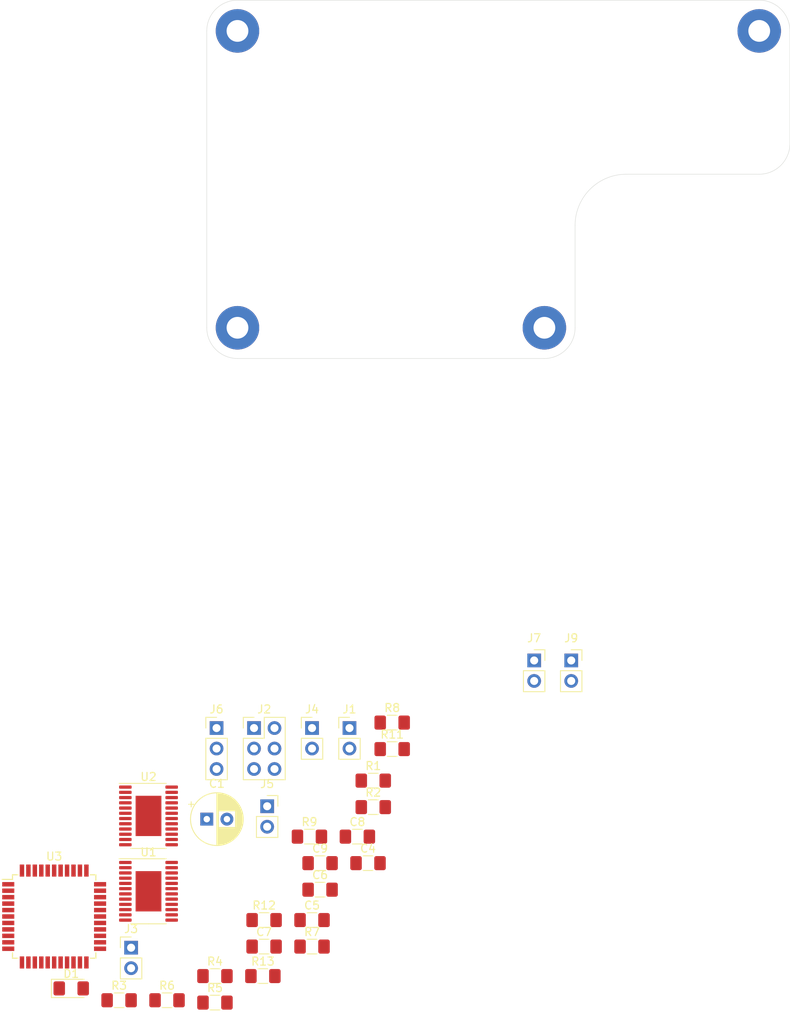
<source format=kicad_pcb>
(kicad_pcb (version 20171130) (host pcbnew 5.1.6-c6e7f7d~87~ubuntu20.04.1)

  (general
    (thickness 1.6)
    (drawings 12)
    (tracks 0)
    (zones 0)
    (modules 35)
    (nets 23)
  )

  (page A4)
  (title_block
    (title "Nav-Comm - Controller")
    (date 2020-07-19)
    (rev 1)
    (company marekcel.pl)
  )

  (layers
    (0 F.Cu signal)
    (31 B.Cu signal)
    (32 B.Adhes user)
    (33 F.Adhes user)
    (34 B.Paste user)
    (35 F.Paste user)
    (36 B.SilkS user)
    (37 F.SilkS user)
    (38 B.Mask user)
    (39 F.Mask user)
    (40 Dwgs.User user)
    (41 Cmts.User user)
    (42 Eco1.User user)
    (43 Eco2.User user)
    (44 Edge.Cuts user)
    (45 Margin user)
    (46 B.CrtYd user)
    (47 F.CrtYd user)
    (48 B.Fab user)
    (49 F.Fab user)
  )

  (setup
    (last_trace_width 0.25)
    (trace_clearance 0.2)
    (zone_clearance 0.508)
    (zone_45_only no)
    (trace_min 0.2)
    (via_size 0.8)
    (via_drill 0.4)
    (via_min_size 0.4)
    (via_min_drill 0.3)
    (uvia_size 0.3)
    (uvia_drill 0.1)
    (uvias_allowed no)
    (uvia_min_size 0.2)
    (uvia_min_drill 0.1)
    (edge_width 0.05)
    (segment_width 0.2)
    (pcb_text_width 0.3)
    (pcb_text_size 1.5 1.5)
    (mod_edge_width 0.12)
    (mod_text_size 1 1)
    (mod_text_width 0.15)
    (pad_size 1.524 1.524)
    (pad_drill 0.762)
    (pad_to_mask_clearance 0.05)
    (aux_axis_origin 0 0)
    (visible_elements FFFFFF7F)
    (pcbplotparams
      (layerselection 0x010fc_ffffffff)
      (usegerberextensions false)
      (usegerberattributes true)
      (usegerberadvancedattributes true)
      (creategerberjobfile true)
      (excludeedgelayer true)
      (linewidth 0.100000)
      (plotframeref false)
      (viasonmask false)
      (mode 1)
      (useauxorigin false)
      (hpglpennumber 1)
      (hpglpenspeed 20)
      (hpglpendiameter 15.000000)
      (psnegative false)
      (psa4output false)
      (plotreference true)
      (plotvalue true)
      (plotinvisibletext false)
      (padsonsilk false)
      (subtractmaskfromsilk false)
      (outputformat 1)
      (mirror false)
      (drillshape 1)
      (scaleselection 1)
      (outputdirectory ""))
  )

  (net 0 "")
  (net 1 GND)
  (net 2 VCC)
  (net 3 /B1)
  (net 4 /A1)
  (net 5 /A)
  (net 6 /B)
  (net 7 /E)
  (net 8 "Net-(D1-Pad2)")
  (net 9 /RESET)
  (net 10 /MOSI)
  (net 11 /SCK)
  (net 12 /MISO)
  (net 13 /TXD0)
  (net 14 /RXD0)
  (net 15 /TXD1)
  (net 16 /RXD1)
  (net 17 /SW_PWR)
  (net 18 /AV_VOL)
  (net 19 "Net-(R1-Pad1)")
  (net 20 "Net-(R2-Pad1)")
  (net 21 /AV_LIT)
  (net 22 /SW_FREQ)

  (net_class Default "This is the default net class."
    (clearance 0.2)
    (trace_width 0.25)
    (via_dia 0.8)
    (via_drill 0.4)
    (uvia_dia 0.3)
    (uvia_drill 0.1)
    (add_net /A)
    (add_net /A1)
    (add_net /AV_LIT)
    (add_net /AV_VOL)
    (add_net /B)
    (add_net /B1)
    (add_net /E)
    (add_net /MISO)
    (add_net /MOSI)
    (add_net /RESET)
    (add_net /RXD0)
    (add_net /RXD1)
    (add_net /SCK)
    (add_net /SW_FREQ)
    (add_net /SW_PWR)
    (add_net /TXD0)
    (add_net /TXD1)
    (add_net GND)
    (add_net "Net-(D1-Pad2)")
    (add_net "Net-(R1-Pad1)")
    (add_net "Net-(R2-Pad1)")
    (add_net VCC)
  )

  (module Connector_PinSocket_2.54mm:PinSocket_1x02_P2.54mm_Vertical (layer F.Cu) (tedit 5A19A420) (tstamp 5F140732)
    (at 162.08 145.415)
    (descr "Through hole straight socket strip, 1x02, 2.54mm pitch, single row (from Kicad 4.0.7), script generated")
    (tags "Through hole socket strip THT 1x02 2.54mm single row")
    (path /5F1DE010)
    (fp_text reference J9 (at 0 -2.77) (layer F.SilkS)
      (effects (font (size 1 1) (thickness 0.15)))
    )
    (fp_text value RV_LIT (at 0 5.31) (layer F.Fab)
      (effects (font (size 1 1) (thickness 0.15)))
    )
    (fp_line (start -1.27 -1.27) (end 0.635 -1.27) (layer F.Fab) (width 0.1))
    (fp_line (start 0.635 -1.27) (end 1.27 -0.635) (layer F.Fab) (width 0.1))
    (fp_line (start 1.27 -0.635) (end 1.27 3.81) (layer F.Fab) (width 0.1))
    (fp_line (start 1.27 3.81) (end -1.27 3.81) (layer F.Fab) (width 0.1))
    (fp_line (start -1.27 3.81) (end -1.27 -1.27) (layer F.Fab) (width 0.1))
    (fp_line (start -1.33 1.27) (end 1.33 1.27) (layer F.SilkS) (width 0.12))
    (fp_line (start -1.33 1.27) (end -1.33 3.87) (layer F.SilkS) (width 0.12))
    (fp_line (start -1.33 3.87) (end 1.33 3.87) (layer F.SilkS) (width 0.12))
    (fp_line (start 1.33 1.27) (end 1.33 3.87) (layer F.SilkS) (width 0.12))
    (fp_line (start 1.33 -1.33) (end 1.33 0) (layer F.SilkS) (width 0.12))
    (fp_line (start 0 -1.33) (end 1.33 -1.33) (layer F.SilkS) (width 0.12))
    (fp_line (start -1.8 -1.8) (end 1.75 -1.8) (layer F.CrtYd) (width 0.05))
    (fp_line (start 1.75 -1.8) (end 1.75 4.3) (layer F.CrtYd) (width 0.05))
    (fp_line (start 1.75 4.3) (end -1.8 4.3) (layer F.CrtYd) (width 0.05))
    (fp_line (start -1.8 4.3) (end -1.8 -1.8) (layer F.CrtYd) (width 0.05))
    (fp_text user %R (at 0 1.27 90) (layer F.Fab)
      (effects (font (size 1 1) (thickness 0.15)))
    )
    (pad 2 thru_hole oval (at 0 2.54) (size 1.7 1.7) (drill 1) (layers *.Cu *.Mask)
      (net 21 /AV_LIT))
    (pad 1 thru_hole rect (at 0 0) (size 1.7 1.7) (drill 1) (layers *.Cu *.Mask)
      (net 2 VCC))
    (model ${KISYS3DMOD}/Connector_PinSocket_2.54mm.3dshapes/PinSocket_1x02_P2.54mm_Vertical.wrl
      (at (xyz 0 0 0))
      (scale (xyz 1 1 1))
      (rotate (xyz 0 0 0))
    )
  )

  (module Connector_PinSocket_2.54mm:PinSocket_1x02_P2.54mm_Vertical (layer F.Cu) (tedit 5A19A420) (tstamp 5F14071C)
    (at 157.48 145.415)
    (descr "Through hole straight socket strip, 1x02, 2.54mm pitch, single row (from Kicad 4.0.7), script generated")
    (tags "Through hole socket strip THT 1x02 2.54mm single row")
    (path /5F16286D)
    (fp_text reference J7 (at 0 -2.77) (layer F.SilkS)
      (effects (font (size 1 1) (thickness 0.15)))
    )
    (fp_text value SW_FREQ (at 0 5.31) (layer F.Fab)
      (effects (font (size 1 1) (thickness 0.15)))
    )
    (fp_line (start -1.27 -1.27) (end 0.635 -1.27) (layer F.Fab) (width 0.1))
    (fp_line (start 0.635 -1.27) (end 1.27 -0.635) (layer F.Fab) (width 0.1))
    (fp_line (start 1.27 -0.635) (end 1.27 3.81) (layer F.Fab) (width 0.1))
    (fp_line (start 1.27 3.81) (end -1.27 3.81) (layer F.Fab) (width 0.1))
    (fp_line (start -1.27 3.81) (end -1.27 -1.27) (layer F.Fab) (width 0.1))
    (fp_line (start -1.33 1.27) (end 1.33 1.27) (layer F.SilkS) (width 0.12))
    (fp_line (start -1.33 1.27) (end -1.33 3.87) (layer F.SilkS) (width 0.12))
    (fp_line (start -1.33 3.87) (end 1.33 3.87) (layer F.SilkS) (width 0.12))
    (fp_line (start 1.33 1.27) (end 1.33 3.87) (layer F.SilkS) (width 0.12))
    (fp_line (start 1.33 -1.33) (end 1.33 0) (layer F.SilkS) (width 0.12))
    (fp_line (start 0 -1.33) (end 1.33 -1.33) (layer F.SilkS) (width 0.12))
    (fp_line (start -1.8 -1.8) (end 1.75 -1.8) (layer F.CrtYd) (width 0.05))
    (fp_line (start 1.75 -1.8) (end 1.75 4.3) (layer F.CrtYd) (width 0.05))
    (fp_line (start 1.75 4.3) (end -1.8 4.3) (layer F.CrtYd) (width 0.05))
    (fp_line (start -1.8 4.3) (end -1.8 -1.8) (layer F.CrtYd) (width 0.05))
    (fp_text user %R (at 0 1.27 90) (layer F.Fab)
      (effects (font (size 1 1) (thickness 0.15)))
    )
    (pad 2 thru_hole oval (at 0 2.54) (size 1.7 1.7) (drill 1) (layers *.Cu *.Mask)
      (net 1 GND))
    (pad 1 thru_hole rect (at 0 0) (size 1.7 1.7) (drill 1) (layers *.Cu *.Mask)
      (net 22 /SW_FREQ))
    (model ${KISYS3DMOD}/Connector_PinSocket_2.54mm.3dshapes/PinSocket_1x02_P2.54mm_Vertical.wrl
      (at (xyz 0 0 0))
      (scale (xyz 1 1 1))
      (rotate (xyz 0 0 0))
    )
  )

  (module Package_QFP:TQFP-44_10x10mm_P0.8mm (layer F.Cu) (tedit 5A02F146) (tstamp 5F1351B9)
    (at 97.894759 177.18)
    (descr "44-Lead Plastic Thin Quad Flatpack (PT) - 10x10x1.0 mm Body [TQFP] (see Microchip Packaging Specification 00000049BS.pdf)")
    (tags "QFP 0.8")
    (path /5F90D079)
    (attr smd)
    (fp_text reference U3 (at 0 -7.45) (layer F.SilkS)
      (effects (font (size 1 1) (thickness 0.15)))
    )
    (fp_text value ATmega324A-AU (at 0 7.45) (layer F.Fab)
      (effects (font (size 1 1) (thickness 0.15)))
    )
    (fp_line (start -4 -5) (end 5 -5) (layer F.Fab) (width 0.15))
    (fp_line (start 5 -5) (end 5 5) (layer F.Fab) (width 0.15))
    (fp_line (start 5 5) (end -5 5) (layer F.Fab) (width 0.15))
    (fp_line (start -5 5) (end -5 -4) (layer F.Fab) (width 0.15))
    (fp_line (start -5 -4) (end -4 -5) (layer F.Fab) (width 0.15))
    (fp_line (start -6.7 -6.7) (end -6.7 6.7) (layer F.CrtYd) (width 0.05))
    (fp_line (start 6.7 -6.7) (end 6.7 6.7) (layer F.CrtYd) (width 0.05))
    (fp_line (start -6.7 -6.7) (end 6.7 -6.7) (layer F.CrtYd) (width 0.05))
    (fp_line (start -6.7 6.7) (end 6.7 6.7) (layer F.CrtYd) (width 0.05))
    (fp_line (start -5.175 -5.175) (end -5.175 -4.6) (layer F.SilkS) (width 0.15))
    (fp_line (start 5.175 -5.175) (end 5.175 -4.5) (layer F.SilkS) (width 0.15))
    (fp_line (start 5.175 5.175) (end 5.175 4.5) (layer F.SilkS) (width 0.15))
    (fp_line (start -5.175 5.175) (end -5.175 4.5) (layer F.SilkS) (width 0.15))
    (fp_line (start -5.175 -5.175) (end -4.5 -5.175) (layer F.SilkS) (width 0.15))
    (fp_line (start -5.175 5.175) (end -4.5 5.175) (layer F.SilkS) (width 0.15))
    (fp_line (start 5.175 5.175) (end 4.5 5.175) (layer F.SilkS) (width 0.15))
    (fp_line (start 5.175 -5.175) (end 4.5 -5.175) (layer F.SilkS) (width 0.15))
    (fp_line (start -5.175 -4.6) (end -6.45 -4.6) (layer F.SilkS) (width 0.15))
    (fp_text user %R (at 0 0) (layer F.Fab)
      (effects (font (size 1 1) (thickness 0.15)))
    )
    (pad 44 smd rect (at -4 -5.7 90) (size 1.5 0.55) (layers F.Cu F.Paste F.Mask))
    (pad 43 smd rect (at -3.2 -5.7 90) (size 1.5 0.55) (layers F.Cu F.Paste F.Mask))
    (pad 42 smd rect (at -2.4 -5.7 90) (size 1.5 0.55) (layers F.Cu F.Paste F.Mask))
    (pad 41 smd rect (at -1.6 -5.7 90) (size 1.5 0.55) (layers F.Cu F.Paste F.Mask))
    (pad 40 smd rect (at -0.8 -5.7 90) (size 1.5 0.55) (layers F.Cu F.Paste F.Mask))
    (pad 39 smd rect (at 0 -5.7 90) (size 1.5 0.55) (layers F.Cu F.Paste F.Mask)
      (net 1 GND))
    (pad 38 smd rect (at 0.8 -5.7 90) (size 1.5 0.55) (layers F.Cu F.Paste F.Mask)
      (net 2 VCC))
    (pad 37 smd rect (at 1.6 -5.7 90) (size 1.5 0.55) (layers F.Cu F.Paste F.Mask)
      (net 21 /AV_LIT))
    (pad 36 smd rect (at 2.4 -5.7 90) (size 1.5 0.55) (layers F.Cu F.Paste F.Mask)
      (net 18 /AV_VOL))
    (pad 35 smd rect (at 3.2 -5.7 90) (size 1.5 0.55) (layers F.Cu F.Paste F.Mask))
    (pad 34 smd rect (at 4 -5.7 90) (size 1.5 0.55) (layers F.Cu F.Paste F.Mask))
    (pad 33 smd rect (at 5.7 -4) (size 1.5 0.55) (layers F.Cu F.Paste F.Mask))
    (pad 32 smd rect (at 5.7 -3.2) (size 1.5 0.55) (layers F.Cu F.Paste F.Mask))
    (pad 31 smd rect (at 5.7 -2.4) (size 1.5 0.55) (layers F.Cu F.Paste F.Mask))
    (pad 30 smd rect (at 5.7 -1.6) (size 1.5 0.55) (layers F.Cu F.Paste F.Mask))
    (pad 29 smd rect (at 5.7 -0.8) (size 1.5 0.55) (layers F.Cu F.Paste F.Mask))
    (pad 28 smd rect (at 5.7 0) (size 1.5 0.55) (layers F.Cu F.Paste F.Mask)
      (net 1 GND))
    (pad 27 smd rect (at 5.7 0.8) (size 1.5 0.55) (layers F.Cu F.Paste F.Mask))
    (pad 26 smd rect (at 5.7 1.6) (size 1.5 0.55) (layers F.Cu F.Paste F.Mask))
    (pad 25 smd rect (at 5.7 2.4) (size 1.5 0.55) (layers F.Cu F.Paste F.Mask))
    (pad 24 smd rect (at 5.7 3.2) (size 1.5 0.55) (layers F.Cu F.Paste F.Mask))
    (pad 23 smd rect (at 5.7 4) (size 1.5 0.55) (layers F.Cu F.Paste F.Mask))
    (pad 22 smd rect (at 4 5.7 90) (size 1.5 0.55) (layers F.Cu F.Paste F.Mask))
    (pad 21 smd rect (at 3.2 5.7 90) (size 1.5 0.55) (layers F.Cu F.Paste F.Mask))
    (pad 20 smd rect (at 2.4 5.7 90) (size 1.5 0.55) (layers F.Cu F.Paste F.Mask))
    (pad 19 smd rect (at 1.6 5.7 90) (size 1.5 0.55) (layers F.Cu F.Paste F.Mask))
    (pad 18 smd rect (at 0.8 5.7 90) (size 1.5 0.55) (layers F.Cu F.Paste F.Mask)
      (net 1 GND))
    (pad 17 smd rect (at 0 5.7 90) (size 1.5 0.55) (layers F.Cu F.Paste F.Mask)
      (net 2 VCC))
    (pad 16 smd rect (at -0.8 5.7 90) (size 1.5 0.55) (layers F.Cu F.Paste F.Mask))
    (pad 15 smd rect (at -1.6 5.7 90) (size 1.5 0.55) (layers F.Cu F.Paste F.Mask))
    (pad 14 smd rect (at -2.4 5.7 90) (size 1.5 0.55) (layers F.Cu F.Paste F.Mask))
    (pad 13 smd rect (at -3.2 5.7 90) (size 1.5 0.55) (layers F.Cu F.Paste F.Mask))
    (pad 12 smd rect (at -4 5.7 90) (size 1.5 0.55) (layers F.Cu F.Paste F.Mask)
      (net 15 /TXD1))
    (pad 11 smd rect (at -5.7 4) (size 1.5 0.55) (layers F.Cu F.Paste F.Mask)
      (net 16 /RXD1))
    (pad 10 smd rect (at -5.7 3.2) (size 1.5 0.55) (layers F.Cu F.Paste F.Mask)
      (net 13 /TXD0))
    (pad 9 smd rect (at -5.7 2.4) (size 1.5 0.55) (layers F.Cu F.Paste F.Mask)
      (net 14 /RXD0))
    (pad 8 smd rect (at -5.7 1.6) (size 1.5 0.55) (layers F.Cu F.Paste F.Mask))
    (pad 7 smd rect (at -5.7 0.8) (size 1.5 0.55) (layers F.Cu F.Paste F.Mask))
    (pad 6 smd rect (at -5.7 0) (size 1.5 0.55) (layers F.Cu F.Paste F.Mask)
      (net 1 GND))
    (pad 5 smd rect (at -5.7 -0.8) (size 1.5 0.55) (layers F.Cu F.Paste F.Mask)
      (net 2 VCC))
    (pad 4 smd rect (at -5.7 -1.6) (size 1.5 0.55) (layers F.Cu F.Paste F.Mask)
      (net 9 /RESET))
    (pad 3 smd rect (at -5.7 -2.4) (size 1.5 0.55) (layers F.Cu F.Paste F.Mask)
      (net 11 /SCK))
    (pad 2 smd rect (at -5.7 -3.2) (size 1.5 0.55) (layers F.Cu F.Paste F.Mask)
      (net 12 /MISO))
    (pad 1 smd rect (at -5.7 -4) (size 1.5 0.55) (layers F.Cu F.Paste F.Mask)
      (net 10 /MOSI))
    (model ${KISYS3DMOD}/Package_QFP.3dshapes/TQFP-44_10x10mm_P0.8mm.wrl
      (at (xyz 0 0 0))
      (scale (xyz 1 1 1))
      (rotate (xyz 0 0 0))
    )
  )

  (module Package_SO:HTSSOP-24-1EP_4.4x7.8mm_P0.65mm_EP3.2x5mm (layer F.Cu) (tedit 5DC5FE74) (tstamp 5F135176)
    (at 109.604759 164.7)
    (descr "HTSSOP, 24 Pin (https://www.st.com/resource/en/datasheet/stp16cp05.pdf#page=25), generated with kicad-footprint-generator ipc_gullwing_generator.py")
    (tags "HTSSOP SO")
    (path /5F28506A)
    (attr smd)
    (fp_text reference U2 (at 0 -4.85) (layer F.SilkS)
      (effects (font (size 1 1) (thickness 0.15)))
    )
    (fp_text value MAX7219 (at 0 4.85) (layer F.Fab)
      (effects (font (size 1 1) (thickness 0.15)))
    )
    (fp_line (start 0 4.035) (end 2.2 4.035) (layer F.SilkS) (width 0.12))
    (fp_line (start 0 4.035) (end -2.2 4.035) (layer F.SilkS) (width 0.12))
    (fp_line (start 0 -4.035) (end 2.2 -4.035) (layer F.SilkS) (width 0.12))
    (fp_line (start 0 -4.035) (end -3.65 -4.035) (layer F.SilkS) (width 0.12))
    (fp_line (start -1.2 -3.9) (end 2.2 -3.9) (layer F.Fab) (width 0.1))
    (fp_line (start 2.2 -3.9) (end 2.2 3.9) (layer F.Fab) (width 0.1))
    (fp_line (start 2.2 3.9) (end -2.2 3.9) (layer F.Fab) (width 0.1))
    (fp_line (start -2.2 3.9) (end -2.2 -2.9) (layer F.Fab) (width 0.1))
    (fp_line (start -2.2 -2.9) (end -1.2 -3.9) (layer F.Fab) (width 0.1))
    (fp_line (start -3.9 -4.15) (end -3.9 4.15) (layer F.CrtYd) (width 0.05))
    (fp_line (start -3.9 4.15) (end 3.9 4.15) (layer F.CrtYd) (width 0.05))
    (fp_line (start 3.9 4.15) (end 3.9 -4.15) (layer F.CrtYd) (width 0.05))
    (fp_line (start 3.9 -4.15) (end -3.9 -4.15) (layer F.CrtYd) (width 0.05))
    (fp_text user %R (at 0 0) (layer F.Fab)
      (effects (font (size 1 1) (thickness 0.15)))
    )
    (pad "" smd roundrect (at 0.8 1.67) (size 1.29 1.34) (layers F.Paste) (roundrect_rratio 0.193798))
    (pad "" smd roundrect (at 0.8 0) (size 1.29 1.34) (layers F.Paste) (roundrect_rratio 0.193798))
    (pad "" smd roundrect (at 0.8 -1.67) (size 1.29 1.34) (layers F.Paste) (roundrect_rratio 0.193798))
    (pad "" smd roundrect (at -0.8 1.67) (size 1.29 1.34) (layers F.Paste) (roundrect_rratio 0.193798))
    (pad "" smd roundrect (at -0.8 0) (size 1.29 1.34) (layers F.Paste) (roundrect_rratio 0.193798))
    (pad "" smd roundrect (at -0.8 -1.67) (size 1.29 1.34) (layers F.Paste) (roundrect_rratio 0.193798))
    (pad 25 smd rect (at 0 0) (size 3.2 5) (layers F.Cu F.Mask))
    (pad 24 smd roundrect (at 2.875 -3.575) (size 1.55 0.4) (layers F.Cu F.Paste F.Mask) (roundrect_rratio 0.25))
    (pad 23 smd roundrect (at 2.875 -2.925) (size 1.55 0.4) (layers F.Cu F.Paste F.Mask) (roundrect_rratio 0.25))
    (pad 22 smd roundrect (at 2.875 -2.275) (size 1.55 0.4) (layers F.Cu F.Paste F.Mask) (roundrect_rratio 0.25))
    (pad 21 smd roundrect (at 2.875 -1.625) (size 1.55 0.4) (layers F.Cu F.Paste F.Mask) (roundrect_rratio 0.25))
    (pad 20 smd roundrect (at 2.875 -0.975) (size 1.55 0.4) (layers F.Cu F.Paste F.Mask) (roundrect_rratio 0.25))
    (pad 19 smd roundrect (at 2.875 -0.325) (size 1.55 0.4) (layers F.Cu F.Paste F.Mask) (roundrect_rratio 0.25)
      (net 2 VCC))
    (pad 18 smd roundrect (at 2.875 0.325) (size 1.55 0.4) (layers F.Cu F.Paste F.Mask) (roundrect_rratio 0.25)
      (net 20 "Net-(R2-Pad1)"))
    (pad 17 smd roundrect (at 2.875 0.975) (size 1.55 0.4) (layers F.Cu F.Paste F.Mask) (roundrect_rratio 0.25))
    (pad 16 smd roundrect (at 2.875 1.625) (size 1.55 0.4) (layers F.Cu F.Paste F.Mask) (roundrect_rratio 0.25))
    (pad 15 smd roundrect (at 2.875 2.275) (size 1.55 0.4) (layers F.Cu F.Paste F.Mask) (roundrect_rratio 0.25))
    (pad 14 smd roundrect (at 2.875 2.925) (size 1.55 0.4) (layers F.Cu F.Paste F.Mask) (roundrect_rratio 0.25))
    (pad 13 smd roundrect (at 2.875 3.575) (size 1.55 0.4) (layers F.Cu F.Paste F.Mask) (roundrect_rratio 0.25))
    (pad 12 smd roundrect (at -2.875 3.575) (size 1.55 0.4) (layers F.Cu F.Paste F.Mask) (roundrect_rratio 0.25))
    (pad 11 smd roundrect (at -2.875 2.925) (size 1.55 0.4) (layers F.Cu F.Paste F.Mask) (roundrect_rratio 0.25))
    (pad 10 smd roundrect (at -2.875 2.275) (size 1.55 0.4) (layers F.Cu F.Paste F.Mask) (roundrect_rratio 0.25))
    (pad 9 smd roundrect (at -2.875 1.625) (size 1.55 0.4) (layers F.Cu F.Paste F.Mask) (roundrect_rratio 0.25)
      (net 1 GND))
    (pad 8 smd roundrect (at -2.875 0.975) (size 1.55 0.4) (layers F.Cu F.Paste F.Mask) (roundrect_rratio 0.25))
    (pad 7 smd roundrect (at -2.875 0.325) (size 1.55 0.4) (layers F.Cu F.Paste F.Mask) (roundrect_rratio 0.25))
    (pad 6 smd roundrect (at -2.875 -0.325) (size 1.55 0.4) (layers F.Cu F.Paste F.Mask) (roundrect_rratio 0.25))
    (pad 5 smd roundrect (at -2.875 -0.975) (size 1.55 0.4) (layers F.Cu F.Paste F.Mask) (roundrect_rratio 0.25))
    (pad 4 smd roundrect (at -2.875 -1.625) (size 1.55 0.4) (layers F.Cu F.Paste F.Mask) (roundrect_rratio 0.25)
      (net 1 GND))
    (pad 3 smd roundrect (at -2.875 -2.275) (size 1.55 0.4) (layers F.Cu F.Paste F.Mask) (roundrect_rratio 0.25))
    (pad 2 smd roundrect (at -2.875 -2.925) (size 1.55 0.4) (layers F.Cu F.Paste F.Mask) (roundrect_rratio 0.25))
    (pad 1 smd roundrect (at -2.875 -3.575) (size 1.55 0.4) (layers F.Cu F.Paste F.Mask) (roundrect_rratio 0.25))
    (model ${KISYS3DMOD}/Package_SO.3dshapes/HTSSOP-24-1EP_4.4x7.8mm_P0.65mm_EP3.2x5mm.wrl
      (at (xyz 0 0 0))
      (scale (xyz 1 1 1))
      (rotate (xyz 0 0 0))
    )
  )

  (module Package_SO:HTSSOP-24-1EP_4.4x7.8mm_P0.65mm_EP3.2x5mm (layer F.Cu) (tedit 5DC5FE74) (tstamp 5F135145)
    (at 109.604759 174.05)
    (descr "HTSSOP, 24 Pin (https://www.st.com/resource/en/datasheet/stp16cp05.pdf#page=25), generated with kicad-footprint-generator ipc_gullwing_generator.py")
    (tags "HTSSOP SO")
    (path /5F28266F)
    (attr smd)
    (fp_text reference U1 (at 0 -4.85) (layer F.SilkS)
      (effects (font (size 1 1) (thickness 0.15)))
    )
    (fp_text value MAX7219 (at 0 4.85) (layer F.Fab)
      (effects (font (size 1 1) (thickness 0.15)))
    )
    (fp_line (start 0 4.035) (end 2.2 4.035) (layer F.SilkS) (width 0.12))
    (fp_line (start 0 4.035) (end -2.2 4.035) (layer F.SilkS) (width 0.12))
    (fp_line (start 0 -4.035) (end 2.2 -4.035) (layer F.SilkS) (width 0.12))
    (fp_line (start 0 -4.035) (end -3.65 -4.035) (layer F.SilkS) (width 0.12))
    (fp_line (start -1.2 -3.9) (end 2.2 -3.9) (layer F.Fab) (width 0.1))
    (fp_line (start 2.2 -3.9) (end 2.2 3.9) (layer F.Fab) (width 0.1))
    (fp_line (start 2.2 3.9) (end -2.2 3.9) (layer F.Fab) (width 0.1))
    (fp_line (start -2.2 3.9) (end -2.2 -2.9) (layer F.Fab) (width 0.1))
    (fp_line (start -2.2 -2.9) (end -1.2 -3.9) (layer F.Fab) (width 0.1))
    (fp_line (start -3.9 -4.15) (end -3.9 4.15) (layer F.CrtYd) (width 0.05))
    (fp_line (start -3.9 4.15) (end 3.9 4.15) (layer F.CrtYd) (width 0.05))
    (fp_line (start 3.9 4.15) (end 3.9 -4.15) (layer F.CrtYd) (width 0.05))
    (fp_line (start 3.9 -4.15) (end -3.9 -4.15) (layer F.CrtYd) (width 0.05))
    (fp_text user %R (at 0 0) (layer F.Fab)
      (effects (font (size 1 1) (thickness 0.15)))
    )
    (pad "" smd roundrect (at 0.8 1.67) (size 1.29 1.34) (layers F.Paste) (roundrect_rratio 0.193798))
    (pad "" smd roundrect (at 0.8 0) (size 1.29 1.34) (layers F.Paste) (roundrect_rratio 0.193798))
    (pad "" smd roundrect (at 0.8 -1.67) (size 1.29 1.34) (layers F.Paste) (roundrect_rratio 0.193798))
    (pad "" smd roundrect (at -0.8 1.67) (size 1.29 1.34) (layers F.Paste) (roundrect_rratio 0.193798))
    (pad "" smd roundrect (at -0.8 0) (size 1.29 1.34) (layers F.Paste) (roundrect_rratio 0.193798))
    (pad "" smd roundrect (at -0.8 -1.67) (size 1.29 1.34) (layers F.Paste) (roundrect_rratio 0.193798))
    (pad 25 smd rect (at 0 0) (size 3.2 5) (layers F.Cu F.Mask))
    (pad 24 smd roundrect (at 2.875 -3.575) (size 1.55 0.4) (layers F.Cu F.Paste F.Mask) (roundrect_rratio 0.25))
    (pad 23 smd roundrect (at 2.875 -2.925) (size 1.55 0.4) (layers F.Cu F.Paste F.Mask) (roundrect_rratio 0.25))
    (pad 22 smd roundrect (at 2.875 -2.275) (size 1.55 0.4) (layers F.Cu F.Paste F.Mask) (roundrect_rratio 0.25))
    (pad 21 smd roundrect (at 2.875 -1.625) (size 1.55 0.4) (layers F.Cu F.Paste F.Mask) (roundrect_rratio 0.25))
    (pad 20 smd roundrect (at 2.875 -0.975) (size 1.55 0.4) (layers F.Cu F.Paste F.Mask) (roundrect_rratio 0.25))
    (pad 19 smd roundrect (at 2.875 -0.325) (size 1.55 0.4) (layers F.Cu F.Paste F.Mask) (roundrect_rratio 0.25)
      (net 2 VCC))
    (pad 18 smd roundrect (at 2.875 0.325) (size 1.55 0.4) (layers F.Cu F.Paste F.Mask) (roundrect_rratio 0.25)
      (net 19 "Net-(R1-Pad1)"))
    (pad 17 smd roundrect (at 2.875 0.975) (size 1.55 0.4) (layers F.Cu F.Paste F.Mask) (roundrect_rratio 0.25))
    (pad 16 smd roundrect (at 2.875 1.625) (size 1.55 0.4) (layers F.Cu F.Paste F.Mask) (roundrect_rratio 0.25))
    (pad 15 smd roundrect (at 2.875 2.275) (size 1.55 0.4) (layers F.Cu F.Paste F.Mask) (roundrect_rratio 0.25))
    (pad 14 smd roundrect (at 2.875 2.925) (size 1.55 0.4) (layers F.Cu F.Paste F.Mask) (roundrect_rratio 0.25))
    (pad 13 smd roundrect (at 2.875 3.575) (size 1.55 0.4) (layers F.Cu F.Paste F.Mask) (roundrect_rratio 0.25))
    (pad 12 smd roundrect (at -2.875 3.575) (size 1.55 0.4) (layers F.Cu F.Paste F.Mask) (roundrect_rratio 0.25))
    (pad 11 smd roundrect (at -2.875 2.925) (size 1.55 0.4) (layers F.Cu F.Paste F.Mask) (roundrect_rratio 0.25))
    (pad 10 smd roundrect (at -2.875 2.275) (size 1.55 0.4) (layers F.Cu F.Paste F.Mask) (roundrect_rratio 0.25))
    (pad 9 smd roundrect (at -2.875 1.625) (size 1.55 0.4) (layers F.Cu F.Paste F.Mask) (roundrect_rratio 0.25)
      (net 1 GND))
    (pad 8 smd roundrect (at -2.875 0.975) (size 1.55 0.4) (layers F.Cu F.Paste F.Mask) (roundrect_rratio 0.25))
    (pad 7 smd roundrect (at -2.875 0.325) (size 1.55 0.4) (layers F.Cu F.Paste F.Mask) (roundrect_rratio 0.25))
    (pad 6 smd roundrect (at -2.875 -0.325) (size 1.55 0.4) (layers F.Cu F.Paste F.Mask) (roundrect_rratio 0.25))
    (pad 5 smd roundrect (at -2.875 -0.975) (size 1.55 0.4) (layers F.Cu F.Paste F.Mask) (roundrect_rratio 0.25))
    (pad 4 smd roundrect (at -2.875 -1.625) (size 1.55 0.4) (layers F.Cu F.Paste F.Mask) (roundrect_rratio 0.25)
      (net 1 GND))
    (pad 3 smd roundrect (at -2.875 -2.275) (size 1.55 0.4) (layers F.Cu F.Paste F.Mask) (roundrect_rratio 0.25))
    (pad 2 smd roundrect (at -2.875 -2.925) (size 1.55 0.4) (layers F.Cu F.Paste F.Mask) (roundrect_rratio 0.25))
    (pad 1 smd roundrect (at -2.875 -3.575) (size 1.55 0.4) (layers F.Cu F.Paste F.Mask) (roundrect_rratio 0.25))
    (model ${KISYS3DMOD}/Package_SO.3dshapes/HTSSOP-24-1EP_4.4x7.8mm_P0.65mm_EP3.2x5mm.wrl
      (at (xyz 0 0 0))
      (scale (xyz 1 1 1))
      (rotate (xyz 0 0 0))
    )
  )

  (module Resistor_SMD:R_1206_3216Metric_Pad1.42x1.75mm_HandSolder (layer F.Cu) (tedit 5B301BBD) (tstamp 5F1350D3)
    (at 123.804759 184.57)
    (descr "Resistor SMD 1206 (3216 Metric), square (rectangular) end terminal, IPC_7351 nominal with elongated pad for handsoldering. (Body size source: http://www.tortai-tech.com/upload/download/2011102023233369053.pdf), generated with kicad-footprint-generator")
    (tags "resistor handsolder")
    (path /5FF5C003)
    (attr smd)
    (fp_text reference R13 (at 0 -1.82) (layer F.SilkS)
      (effects (font (size 1 1) (thickness 0.15)))
    )
    (fp_text value 200R (at 0 1.82) (layer F.Fab)
      (effects (font (size 1 1) (thickness 0.15)))
    )
    (fp_line (start -1.6 0.8) (end -1.6 -0.8) (layer F.Fab) (width 0.1))
    (fp_line (start -1.6 -0.8) (end 1.6 -0.8) (layer F.Fab) (width 0.1))
    (fp_line (start 1.6 -0.8) (end 1.6 0.8) (layer F.Fab) (width 0.1))
    (fp_line (start 1.6 0.8) (end -1.6 0.8) (layer F.Fab) (width 0.1))
    (fp_line (start -0.602064 -0.91) (end 0.602064 -0.91) (layer F.SilkS) (width 0.12))
    (fp_line (start -0.602064 0.91) (end 0.602064 0.91) (layer F.SilkS) (width 0.12))
    (fp_line (start -2.45 1.12) (end -2.45 -1.12) (layer F.CrtYd) (width 0.05))
    (fp_line (start -2.45 -1.12) (end 2.45 -1.12) (layer F.CrtYd) (width 0.05))
    (fp_line (start 2.45 -1.12) (end 2.45 1.12) (layer F.CrtYd) (width 0.05))
    (fp_line (start 2.45 1.12) (end -2.45 1.12) (layer F.CrtYd) (width 0.05))
    (fp_text user %R (at 0 0) (layer F.Fab)
      (effects (font (size 0.8 0.8) (thickness 0.12)))
    )
    (pad 2 smd roundrect (at 1.4875 0) (size 1.425 1.75) (layers F.Cu F.Paste F.Mask) (roundrect_rratio 0.175439)
      (net 2 VCC))
    (pad 1 smd roundrect (at -1.4875 0) (size 1.425 1.75) (layers F.Cu F.Paste F.Mask) (roundrect_rratio 0.175439)
      (net 8 "Net-(D1-Pad2)"))
    (model ${KISYS3DMOD}/Resistor_SMD.3dshapes/R_1206_3216Metric.wrl
      (at (xyz 0 0 0))
      (scale (xyz 1 1 1))
      (rotate (xyz 0 0 0))
    )
  )

  (module Resistor_SMD:R_1206_3216Metric_Pad1.42x1.75mm_HandSolder (layer F.Cu) (tedit 5B301BBD) (tstamp 5F1350C2)
    (at 123.954759 177.62)
    (descr "Resistor SMD 1206 (3216 Metric), square (rectangular) end terminal, IPC_7351 nominal with elongated pad for handsoldering. (Body size source: http://www.tortai-tech.com/upload/download/2011102023233369053.pdf), generated with kicad-footprint-generator")
    (tags "resistor handsolder")
    (path /5FE29F8D)
    (attr smd)
    (fp_text reference R12 (at 0 -1.82) (layer F.SilkS)
      (effects (font (size 1 1) (thickness 0.15)))
    )
    (fp_text value 10k (at 0 1.82) (layer F.Fab)
      (effects (font (size 1 1) (thickness 0.15)))
    )
    (fp_line (start -1.6 0.8) (end -1.6 -0.8) (layer F.Fab) (width 0.1))
    (fp_line (start -1.6 -0.8) (end 1.6 -0.8) (layer F.Fab) (width 0.1))
    (fp_line (start 1.6 -0.8) (end 1.6 0.8) (layer F.Fab) (width 0.1))
    (fp_line (start 1.6 0.8) (end -1.6 0.8) (layer F.Fab) (width 0.1))
    (fp_line (start -0.602064 -0.91) (end 0.602064 -0.91) (layer F.SilkS) (width 0.12))
    (fp_line (start -0.602064 0.91) (end 0.602064 0.91) (layer F.SilkS) (width 0.12))
    (fp_line (start -2.45 1.12) (end -2.45 -1.12) (layer F.CrtYd) (width 0.05))
    (fp_line (start -2.45 -1.12) (end 2.45 -1.12) (layer F.CrtYd) (width 0.05))
    (fp_line (start 2.45 -1.12) (end 2.45 1.12) (layer F.CrtYd) (width 0.05))
    (fp_line (start 2.45 1.12) (end -2.45 1.12) (layer F.CrtYd) (width 0.05))
    (fp_text user %R (at 0 0) (layer F.Fab)
      (effects (font (size 0.8 0.8) (thickness 0.12)))
    )
    (pad 2 smd roundrect (at 1.4875 0) (size 1.425 1.75) (layers F.Cu F.Paste F.Mask) (roundrect_rratio 0.175439)
      (net 17 /SW_PWR))
    (pad 1 smd roundrect (at -1.4875 0) (size 1.425 1.75) (layers F.Cu F.Paste F.Mask) (roundrect_rratio 0.175439)
      (net 2 VCC))
    (model ${KISYS3DMOD}/Resistor_SMD.3dshapes/R_1206_3216Metric.wrl
      (at (xyz 0 0 0))
      (scale (xyz 1 1 1))
      (rotate (xyz 0 0 0))
    )
  )

  (module Resistor_SMD:R_1206_3216Metric_Pad1.42x1.75mm_HandSolder (layer F.Cu) (tedit 5B301BBD) (tstamp 5F1350B1)
    (at 139.854759 156.41)
    (descr "Resistor SMD 1206 (3216 Metric), square (rectangular) end terminal, IPC_7351 nominal with elongated pad for handsoldering. (Body size source: http://www.tortai-tech.com/upload/download/2011102023233369053.pdf), generated with kicad-footprint-generator")
    (tags "resistor handsolder")
    (path /5F71D24E)
    (attr smd)
    (fp_text reference R11 (at 0 -1.82) (layer F.SilkS)
      (effects (font (size 1 1) (thickness 0.15)))
    )
    (fp_text value 10k (at 0 1.82) (layer F.Fab)
      (effects (font (size 1 1) (thickness 0.15)))
    )
    (fp_line (start -1.6 0.8) (end -1.6 -0.8) (layer F.Fab) (width 0.1))
    (fp_line (start -1.6 -0.8) (end 1.6 -0.8) (layer F.Fab) (width 0.1))
    (fp_line (start 1.6 -0.8) (end 1.6 0.8) (layer F.Fab) (width 0.1))
    (fp_line (start 1.6 0.8) (end -1.6 0.8) (layer F.Fab) (width 0.1))
    (fp_line (start -0.602064 -0.91) (end 0.602064 -0.91) (layer F.SilkS) (width 0.12))
    (fp_line (start -0.602064 0.91) (end 0.602064 0.91) (layer F.SilkS) (width 0.12))
    (fp_line (start -2.45 1.12) (end -2.45 -1.12) (layer F.CrtYd) (width 0.05))
    (fp_line (start -2.45 -1.12) (end 2.45 -1.12) (layer F.CrtYd) (width 0.05))
    (fp_line (start 2.45 -1.12) (end 2.45 1.12) (layer F.CrtYd) (width 0.05))
    (fp_line (start 2.45 1.12) (end -2.45 1.12) (layer F.CrtYd) (width 0.05))
    (fp_text user %R (at 0 0) (layer F.Fab)
      (effects (font (size 0.8 0.8) (thickness 0.12)))
    )
    (pad 2 smd roundrect (at 1.4875 0) (size 1.425 1.75) (layers F.Cu F.Paste F.Mask) (roundrect_rratio 0.175439)
      (net 21 /AV_LIT))
    (pad 1 smd roundrect (at -1.4875 0) (size 1.425 1.75) (layers F.Cu F.Paste F.Mask) (roundrect_rratio 0.175439)
      (net 1 GND))
    (model ${KISYS3DMOD}/Resistor_SMD.3dshapes/R_1206_3216Metric.wrl
      (at (xyz 0 0 0))
      (scale (xyz 1 1 1))
      (rotate (xyz 0 0 0))
    )
  )

  (module Resistor_SMD:R_1206_3216Metric_Pad1.42x1.75mm_HandSolder (layer F.Cu) (tedit 5B301BBD) (tstamp 5F135099)
    (at 129.584759 167.27)
    (descr "Resistor SMD 1206 (3216 Metric), square (rectangular) end terminal, IPC_7351 nominal with elongated pad for handsoldering. (Body size source: http://www.tortai-tech.com/upload/download/2011102023233369053.pdf), generated with kicad-footprint-generator")
    (tags "resistor handsolder")
    (path /5F2A6B26)
    (attr smd)
    (fp_text reference R9 (at 0 -1.82) (layer F.SilkS)
      (effects (font (size 1 1) (thickness 0.15)))
    )
    (fp_text value 10k (at 0 1.82) (layer F.Fab)
      (effects (font (size 1 1) (thickness 0.15)))
    )
    (fp_line (start -1.6 0.8) (end -1.6 -0.8) (layer F.Fab) (width 0.1))
    (fp_line (start -1.6 -0.8) (end 1.6 -0.8) (layer F.Fab) (width 0.1))
    (fp_line (start 1.6 -0.8) (end 1.6 0.8) (layer F.Fab) (width 0.1))
    (fp_line (start 1.6 0.8) (end -1.6 0.8) (layer F.Fab) (width 0.1))
    (fp_line (start -0.602064 -0.91) (end 0.602064 -0.91) (layer F.SilkS) (width 0.12))
    (fp_line (start -0.602064 0.91) (end 0.602064 0.91) (layer F.SilkS) (width 0.12))
    (fp_line (start -2.45 1.12) (end -2.45 -1.12) (layer F.CrtYd) (width 0.05))
    (fp_line (start -2.45 -1.12) (end 2.45 -1.12) (layer F.CrtYd) (width 0.05))
    (fp_line (start 2.45 -1.12) (end 2.45 1.12) (layer F.CrtYd) (width 0.05))
    (fp_line (start 2.45 1.12) (end -2.45 1.12) (layer F.CrtYd) (width 0.05))
    (fp_text user %R (at 0 0) (layer F.Fab)
      (effects (font (size 0.8 0.8) (thickness 0.12)))
    )
    (pad 2 smd roundrect (at 1.4875 0) (size 1.425 1.75) (layers F.Cu F.Paste F.Mask) (roundrect_rratio 0.175439)
      (net 2 VCC))
    (pad 1 smd roundrect (at -1.4875 0) (size 1.425 1.75) (layers F.Cu F.Paste F.Mask) (roundrect_rratio 0.175439)
      (net 22 /SW_FREQ))
    (model ${KISYS3DMOD}/Resistor_SMD.3dshapes/R_1206_3216Metric.wrl
      (at (xyz 0 0 0))
      (scale (xyz 1 1 1))
      (rotate (xyz 0 0 0))
    )
  )

  (module Resistor_SMD:R_1206_3216Metric_Pad1.42x1.75mm_HandSolder (layer F.Cu) (tedit 5B301BBD) (tstamp 5F135088)
    (at 139.854759 153.12)
    (descr "Resistor SMD 1206 (3216 Metric), square (rectangular) end terminal, IPC_7351 nominal with elongated pad for handsoldering. (Body size source: http://www.tortai-tech.com/upload/download/2011102023233369053.pdf), generated with kicad-footprint-generator")
    (tags "resistor handsolder")
    (path /5F165BC3)
    (attr smd)
    (fp_text reference R8 (at 0 -1.82) (layer F.SilkS)
      (effects (font (size 1 1) (thickness 0.15)))
    )
    (fp_text value 10k (at 0 1.82) (layer F.Fab)
      (effects (font (size 1 1) (thickness 0.15)))
    )
    (fp_line (start -1.6 0.8) (end -1.6 -0.8) (layer F.Fab) (width 0.1))
    (fp_line (start -1.6 -0.8) (end 1.6 -0.8) (layer F.Fab) (width 0.1))
    (fp_line (start 1.6 -0.8) (end 1.6 0.8) (layer F.Fab) (width 0.1))
    (fp_line (start 1.6 0.8) (end -1.6 0.8) (layer F.Fab) (width 0.1))
    (fp_line (start -0.602064 -0.91) (end 0.602064 -0.91) (layer F.SilkS) (width 0.12))
    (fp_line (start -0.602064 0.91) (end 0.602064 0.91) (layer F.SilkS) (width 0.12))
    (fp_line (start -2.45 1.12) (end -2.45 -1.12) (layer F.CrtYd) (width 0.05))
    (fp_line (start -2.45 -1.12) (end 2.45 -1.12) (layer F.CrtYd) (width 0.05))
    (fp_line (start 2.45 -1.12) (end 2.45 1.12) (layer F.CrtYd) (width 0.05))
    (fp_line (start 2.45 1.12) (end -2.45 1.12) (layer F.CrtYd) (width 0.05))
    (fp_text user %R (at 0 0) (layer F.Fab)
      (effects (font (size 0.8 0.8) (thickness 0.12)))
    )
    (pad 2 smd roundrect (at 1.4875 0) (size 1.425 1.75) (layers F.Cu F.Paste F.Mask) (roundrect_rratio 0.175439)
      (net 7 /E))
    (pad 1 smd roundrect (at -1.4875 0) (size 1.425 1.75) (layers F.Cu F.Paste F.Mask) (roundrect_rratio 0.175439)
      (net 2 VCC))
    (model ${KISYS3DMOD}/Resistor_SMD.3dshapes/R_1206_3216Metric.wrl
      (at (xyz 0 0 0))
      (scale (xyz 1 1 1))
      (rotate (xyz 0 0 0))
    )
  )

  (module Resistor_SMD:R_1206_3216Metric_Pad1.42x1.75mm_HandSolder (layer F.Cu) (tedit 5B301BBD) (tstamp 5F135077)
    (at 129.904759 180.91)
    (descr "Resistor SMD 1206 (3216 Metric), square (rectangular) end terminal, IPC_7351 nominal with elongated pad for handsoldering. (Body size source: http://www.tortai-tech.com/upload/download/2011102023233369053.pdf), generated with kicad-footprint-generator")
    (tags "resistor handsolder")
    (path /5F165787)
    (attr smd)
    (fp_text reference R7 (at 0 -1.82) (layer F.SilkS)
      (effects (font (size 1 1) (thickness 0.15)))
    )
    (fp_text value 10k (at 0 1.82) (layer F.Fab)
      (effects (font (size 1 1) (thickness 0.15)))
    )
    (fp_line (start -1.6 0.8) (end -1.6 -0.8) (layer F.Fab) (width 0.1))
    (fp_line (start -1.6 -0.8) (end 1.6 -0.8) (layer F.Fab) (width 0.1))
    (fp_line (start 1.6 -0.8) (end 1.6 0.8) (layer F.Fab) (width 0.1))
    (fp_line (start 1.6 0.8) (end -1.6 0.8) (layer F.Fab) (width 0.1))
    (fp_line (start -0.602064 -0.91) (end 0.602064 -0.91) (layer F.SilkS) (width 0.12))
    (fp_line (start -0.602064 0.91) (end 0.602064 0.91) (layer F.SilkS) (width 0.12))
    (fp_line (start -2.45 1.12) (end -2.45 -1.12) (layer F.CrtYd) (width 0.05))
    (fp_line (start -2.45 -1.12) (end 2.45 -1.12) (layer F.CrtYd) (width 0.05))
    (fp_line (start 2.45 -1.12) (end 2.45 1.12) (layer F.CrtYd) (width 0.05))
    (fp_line (start 2.45 1.12) (end -2.45 1.12) (layer F.CrtYd) (width 0.05))
    (fp_text user %R (at 0 0) (layer F.Fab)
      (effects (font (size 0.8 0.8) (thickness 0.12)))
    )
    (pad 2 smd roundrect (at 1.4875 0) (size 1.425 1.75) (layers F.Cu F.Paste F.Mask) (roundrect_rratio 0.175439)
      (net 6 /B))
    (pad 1 smd roundrect (at -1.4875 0) (size 1.425 1.75) (layers F.Cu F.Paste F.Mask) (roundrect_rratio 0.175439)
      (net 2 VCC))
    (model ${KISYS3DMOD}/Resistor_SMD.3dshapes/R_1206_3216Metric.wrl
      (at (xyz 0 0 0))
      (scale (xyz 1 1 1))
      (rotate (xyz 0 0 0))
    )
  )

  (module Resistor_SMD:R_1206_3216Metric_Pad1.42x1.75mm_HandSolder (layer F.Cu) (tedit 5B301BBD) (tstamp 5F135066)
    (at 111.904759 187.57)
    (descr "Resistor SMD 1206 (3216 Metric), square (rectangular) end terminal, IPC_7351 nominal with elongated pad for handsoldering. (Body size source: http://www.tortai-tech.com/upload/download/2011102023233369053.pdf), generated with kicad-footprint-generator")
    (tags "resistor handsolder")
    (path /5F15249D)
    (attr smd)
    (fp_text reference R6 (at 0 -1.82) (layer F.SilkS)
      (effects (font (size 1 1) (thickness 0.15)))
    )
    (fp_text value 10k (at 0 1.82) (layer F.Fab)
      (effects (font (size 1 1) (thickness 0.15)))
    )
    (fp_line (start -1.6 0.8) (end -1.6 -0.8) (layer F.Fab) (width 0.1))
    (fp_line (start -1.6 -0.8) (end 1.6 -0.8) (layer F.Fab) (width 0.1))
    (fp_line (start 1.6 -0.8) (end 1.6 0.8) (layer F.Fab) (width 0.1))
    (fp_line (start 1.6 0.8) (end -1.6 0.8) (layer F.Fab) (width 0.1))
    (fp_line (start -0.602064 -0.91) (end 0.602064 -0.91) (layer F.SilkS) (width 0.12))
    (fp_line (start -0.602064 0.91) (end 0.602064 0.91) (layer F.SilkS) (width 0.12))
    (fp_line (start -2.45 1.12) (end -2.45 -1.12) (layer F.CrtYd) (width 0.05))
    (fp_line (start -2.45 -1.12) (end 2.45 -1.12) (layer F.CrtYd) (width 0.05))
    (fp_line (start 2.45 -1.12) (end 2.45 1.12) (layer F.CrtYd) (width 0.05))
    (fp_line (start 2.45 1.12) (end -2.45 1.12) (layer F.CrtYd) (width 0.05))
    (fp_text user %R (at 0 0) (layer F.Fab)
      (effects (font (size 0.8 0.8) (thickness 0.12)))
    )
    (pad 2 smd roundrect (at 1.4875 0) (size 1.425 1.75) (layers F.Cu F.Paste F.Mask) (roundrect_rratio 0.175439)
      (net 5 /A))
    (pad 1 smd roundrect (at -1.4875 0) (size 1.425 1.75) (layers F.Cu F.Paste F.Mask) (roundrect_rratio 0.175439)
      (net 2 VCC))
    (model ${KISYS3DMOD}/Resistor_SMD.3dshapes/R_1206_3216Metric.wrl
      (at (xyz 0 0 0))
      (scale (xyz 1 1 1))
      (rotate (xyz 0 0 0))
    )
  )

  (module Resistor_SMD:R_1206_3216Metric_Pad1.42x1.75mm_HandSolder (layer F.Cu) (tedit 5B301BBD) (tstamp 5F135055)
    (at 117.854759 187.86)
    (descr "Resistor SMD 1206 (3216 Metric), square (rectangular) end terminal, IPC_7351 nominal with elongated pad for handsoldering. (Body size source: http://www.tortai-tech.com/upload/download/2011102023233369053.pdf), generated with kicad-footprint-generator")
    (tags "resistor handsolder")
    (path /5F17BA12)
    (attr smd)
    (fp_text reference R5 (at 0 -1.82) (layer F.SilkS)
      (effects (font (size 1 1) (thickness 0.15)))
    )
    (fp_text value 10k (at 0 1.82) (layer F.Fab)
      (effects (font (size 1 1) (thickness 0.15)))
    )
    (fp_line (start -1.6 0.8) (end -1.6 -0.8) (layer F.Fab) (width 0.1))
    (fp_line (start -1.6 -0.8) (end 1.6 -0.8) (layer F.Fab) (width 0.1))
    (fp_line (start 1.6 -0.8) (end 1.6 0.8) (layer F.Fab) (width 0.1))
    (fp_line (start 1.6 0.8) (end -1.6 0.8) (layer F.Fab) (width 0.1))
    (fp_line (start -0.602064 -0.91) (end 0.602064 -0.91) (layer F.SilkS) (width 0.12))
    (fp_line (start -0.602064 0.91) (end 0.602064 0.91) (layer F.SilkS) (width 0.12))
    (fp_line (start -2.45 1.12) (end -2.45 -1.12) (layer F.CrtYd) (width 0.05))
    (fp_line (start -2.45 -1.12) (end 2.45 -1.12) (layer F.CrtYd) (width 0.05))
    (fp_line (start 2.45 -1.12) (end 2.45 1.12) (layer F.CrtYd) (width 0.05))
    (fp_line (start 2.45 1.12) (end -2.45 1.12) (layer F.CrtYd) (width 0.05))
    (fp_text user %R (at 0 0) (layer F.Fab)
      (effects (font (size 0.8 0.8) (thickness 0.12)))
    )
    (pad 2 smd roundrect (at 1.4875 0) (size 1.425 1.75) (layers F.Cu F.Paste F.Mask) (roundrect_rratio 0.175439)
      (net 4 /A1))
    (pad 1 smd roundrect (at -1.4875 0) (size 1.425 1.75) (layers F.Cu F.Paste F.Mask) (roundrect_rratio 0.175439)
      (net 2 VCC))
    (model ${KISYS3DMOD}/Resistor_SMD.3dshapes/R_1206_3216Metric.wrl
      (at (xyz 0 0 0))
      (scale (xyz 1 1 1))
      (rotate (xyz 0 0 0))
    )
  )

  (module Resistor_SMD:R_1206_3216Metric_Pad1.42x1.75mm_HandSolder (layer F.Cu) (tedit 5B301BBD) (tstamp 5F135044)
    (at 117.854759 184.57)
    (descr "Resistor SMD 1206 (3216 Metric), square (rectangular) end terminal, IPC_7351 nominal with elongated pad for handsoldering. (Body size source: http://www.tortai-tech.com/upload/download/2011102023233369053.pdf), generated with kicad-footprint-generator")
    (tags "resistor handsolder")
    (path /5F17D2F3)
    (attr smd)
    (fp_text reference R4 (at 0 -1.82) (layer F.SilkS)
      (effects (font (size 1 1) (thickness 0.15)))
    )
    (fp_text value 10k (at 0 1.82) (layer F.Fab)
      (effects (font (size 1 1) (thickness 0.15)))
    )
    (fp_line (start -1.6 0.8) (end -1.6 -0.8) (layer F.Fab) (width 0.1))
    (fp_line (start -1.6 -0.8) (end 1.6 -0.8) (layer F.Fab) (width 0.1))
    (fp_line (start 1.6 -0.8) (end 1.6 0.8) (layer F.Fab) (width 0.1))
    (fp_line (start 1.6 0.8) (end -1.6 0.8) (layer F.Fab) (width 0.1))
    (fp_line (start -0.602064 -0.91) (end 0.602064 -0.91) (layer F.SilkS) (width 0.12))
    (fp_line (start -0.602064 0.91) (end 0.602064 0.91) (layer F.SilkS) (width 0.12))
    (fp_line (start -2.45 1.12) (end -2.45 -1.12) (layer F.CrtYd) (width 0.05))
    (fp_line (start -2.45 -1.12) (end 2.45 -1.12) (layer F.CrtYd) (width 0.05))
    (fp_line (start 2.45 -1.12) (end 2.45 1.12) (layer F.CrtYd) (width 0.05))
    (fp_line (start 2.45 1.12) (end -2.45 1.12) (layer F.CrtYd) (width 0.05))
    (fp_text user %R (at 0 0) (layer F.Fab)
      (effects (font (size 0.8 0.8) (thickness 0.12)))
    )
    (pad 2 smd roundrect (at 1.4875 0) (size 1.425 1.75) (layers F.Cu F.Paste F.Mask) (roundrect_rratio 0.175439)
      (net 3 /B1))
    (pad 1 smd roundrect (at -1.4875 0) (size 1.425 1.75) (layers F.Cu F.Paste F.Mask) (roundrect_rratio 0.175439)
      (net 2 VCC))
    (model ${KISYS3DMOD}/Resistor_SMD.3dshapes/R_1206_3216Metric.wrl
      (at (xyz 0 0 0))
      (scale (xyz 1 1 1))
      (rotate (xyz 0 0 0))
    )
  )

  (module Resistor_SMD:R_1206_3216Metric_Pad1.42x1.75mm_HandSolder (layer F.Cu) (tedit 5B301BBD) (tstamp 5F135033)
    (at 105.954759 187.57)
    (descr "Resistor SMD 1206 (3216 Metric), square (rectangular) end terminal, IPC_7351 nominal with elongated pad for handsoldering. (Body size source: http://www.tortai-tech.com/upload/download/2011102023233369053.pdf), generated with kicad-footprint-generator")
    (tags "resistor handsolder")
    (path /5F506200)
    (attr smd)
    (fp_text reference R3 (at 0 -1.82) (layer F.SilkS)
      (effects (font (size 1 1) (thickness 0.15)))
    )
    (fp_text value 10k (at 0 1.82) (layer F.Fab)
      (effects (font (size 1 1) (thickness 0.15)))
    )
    (fp_line (start -1.6 0.8) (end -1.6 -0.8) (layer F.Fab) (width 0.1))
    (fp_line (start -1.6 -0.8) (end 1.6 -0.8) (layer F.Fab) (width 0.1))
    (fp_line (start 1.6 -0.8) (end 1.6 0.8) (layer F.Fab) (width 0.1))
    (fp_line (start 1.6 0.8) (end -1.6 0.8) (layer F.Fab) (width 0.1))
    (fp_line (start -0.602064 -0.91) (end 0.602064 -0.91) (layer F.SilkS) (width 0.12))
    (fp_line (start -0.602064 0.91) (end 0.602064 0.91) (layer F.SilkS) (width 0.12))
    (fp_line (start -2.45 1.12) (end -2.45 -1.12) (layer F.CrtYd) (width 0.05))
    (fp_line (start -2.45 -1.12) (end 2.45 -1.12) (layer F.CrtYd) (width 0.05))
    (fp_line (start 2.45 -1.12) (end 2.45 1.12) (layer F.CrtYd) (width 0.05))
    (fp_line (start 2.45 1.12) (end -2.45 1.12) (layer F.CrtYd) (width 0.05))
    (fp_text user %R (at 0 0) (layer F.Fab)
      (effects (font (size 0.8 0.8) (thickness 0.12)))
    )
    (pad 2 smd roundrect (at 1.4875 0) (size 1.425 1.75) (layers F.Cu F.Paste F.Mask) (roundrect_rratio 0.175439)
      (net 2 VCC))
    (pad 1 smd roundrect (at -1.4875 0) (size 1.425 1.75) (layers F.Cu F.Paste F.Mask) (roundrect_rratio 0.175439)
      (net 9 /RESET))
    (model ${KISYS3DMOD}/Resistor_SMD.3dshapes/R_1206_3216Metric.wrl
      (at (xyz 0 0 0))
      (scale (xyz 1 1 1))
      (rotate (xyz 0 0 0))
    )
  )

  (module Resistor_SMD:R_1206_3216Metric_Pad1.42x1.75mm_HandSolder (layer F.Cu) (tedit 5B301BBD) (tstamp 5F135022)
    (at 137.504759 163.61)
    (descr "Resistor SMD 1206 (3216 Metric), square (rectangular) end terminal, IPC_7351 nominal with elongated pad for handsoldering. (Body size source: http://www.tortai-tech.com/upload/download/2011102023233369053.pdf), generated with kicad-footprint-generator")
    (tags "resistor handsolder")
    (path /5F49B94F)
    (attr smd)
    (fp_text reference R2 (at 0 -1.82) (layer F.SilkS)
      (effects (font (size 1 1) (thickness 0.15)))
    )
    (fp_text value 10k (at 0 1.82) (layer F.Fab)
      (effects (font (size 1 1) (thickness 0.15)))
    )
    (fp_line (start -1.6 0.8) (end -1.6 -0.8) (layer F.Fab) (width 0.1))
    (fp_line (start -1.6 -0.8) (end 1.6 -0.8) (layer F.Fab) (width 0.1))
    (fp_line (start 1.6 -0.8) (end 1.6 0.8) (layer F.Fab) (width 0.1))
    (fp_line (start 1.6 0.8) (end -1.6 0.8) (layer F.Fab) (width 0.1))
    (fp_line (start -0.602064 -0.91) (end 0.602064 -0.91) (layer F.SilkS) (width 0.12))
    (fp_line (start -0.602064 0.91) (end 0.602064 0.91) (layer F.SilkS) (width 0.12))
    (fp_line (start -2.45 1.12) (end -2.45 -1.12) (layer F.CrtYd) (width 0.05))
    (fp_line (start -2.45 -1.12) (end 2.45 -1.12) (layer F.CrtYd) (width 0.05))
    (fp_line (start 2.45 -1.12) (end 2.45 1.12) (layer F.CrtYd) (width 0.05))
    (fp_line (start 2.45 1.12) (end -2.45 1.12) (layer F.CrtYd) (width 0.05))
    (fp_text user %R (at 0 0) (layer F.Fab)
      (effects (font (size 0.8 0.8) (thickness 0.12)))
    )
    (pad 2 smd roundrect (at 1.4875 0) (size 1.425 1.75) (layers F.Cu F.Paste F.Mask) (roundrect_rratio 0.175439)
      (net 2 VCC))
    (pad 1 smd roundrect (at -1.4875 0) (size 1.425 1.75) (layers F.Cu F.Paste F.Mask) (roundrect_rratio 0.175439)
      (net 20 "Net-(R2-Pad1)"))
    (model ${KISYS3DMOD}/Resistor_SMD.3dshapes/R_1206_3216Metric.wrl
      (at (xyz 0 0 0))
      (scale (xyz 1 1 1))
      (rotate (xyz 0 0 0))
    )
  )

  (module Resistor_SMD:R_1206_3216Metric_Pad1.42x1.75mm_HandSolder (layer F.Cu) (tedit 5B301BBD) (tstamp 5F135011)
    (at 137.504759 160.32)
    (descr "Resistor SMD 1206 (3216 Metric), square (rectangular) end terminal, IPC_7351 nominal with elongated pad for handsoldering. (Body size source: http://www.tortai-tech.com/upload/download/2011102023233369053.pdf), generated with kicad-footprint-generator")
    (tags "resistor handsolder")
    (path /5F3530C7)
    (attr smd)
    (fp_text reference R1 (at 0 -1.82) (layer F.SilkS)
      (effects (font (size 1 1) (thickness 0.15)))
    )
    (fp_text value 10k (at 0 1.82) (layer F.Fab)
      (effects (font (size 1 1) (thickness 0.15)))
    )
    (fp_line (start -1.6 0.8) (end -1.6 -0.8) (layer F.Fab) (width 0.1))
    (fp_line (start -1.6 -0.8) (end 1.6 -0.8) (layer F.Fab) (width 0.1))
    (fp_line (start 1.6 -0.8) (end 1.6 0.8) (layer F.Fab) (width 0.1))
    (fp_line (start 1.6 0.8) (end -1.6 0.8) (layer F.Fab) (width 0.1))
    (fp_line (start -0.602064 -0.91) (end 0.602064 -0.91) (layer F.SilkS) (width 0.12))
    (fp_line (start -0.602064 0.91) (end 0.602064 0.91) (layer F.SilkS) (width 0.12))
    (fp_line (start -2.45 1.12) (end -2.45 -1.12) (layer F.CrtYd) (width 0.05))
    (fp_line (start -2.45 -1.12) (end 2.45 -1.12) (layer F.CrtYd) (width 0.05))
    (fp_line (start 2.45 -1.12) (end 2.45 1.12) (layer F.CrtYd) (width 0.05))
    (fp_line (start 2.45 1.12) (end -2.45 1.12) (layer F.CrtYd) (width 0.05))
    (fp_text user %R (at 0 0) (layer F.Fab)
      (effects (font (size 0.8 0.8) (thickness 0.12)))
    )
    (pad 2 smd roundrect (at 1.4875 0) (size 1.425 1.75) (layers F.Cu F.Paste F.Mask) (roundrect_rratio 0.175439)
      (net 2 VCC))
    (pad 1 smd roundrect (at -1.4875 0) (size 1.425 1.75) (layers F.Cu F.Paste F.Mask) (roundrect_rratio 0.175439)
      (net 19 "Net-(R1-Pad1)"))
    (model ${KISYS3DMOD}/Resistor_SMD.3dshapes/R_1206_3216Metric.wrl
      (at (xyz 0 0 0))
      (scale (xyz 1 1 1))
      (rotate (xyz 0 0 0))
    )
  )

  (module Connector_PinHeader_2.54mm:PinHeader_1x03_P2.54mm_Vertical (layer F.Cu) (tedit 59FED5CC) (tstamp 5F135000)
    (at 118.054759 153.8)
    (descr "Through hole straight pin header, 1x03, 2.54mm pitch, single row")
    (tags "Through hole pin header THT 1x03 2.54mm single row")
    (path /5FD718F4)
    (fp_text reference J6 (at 0 -2.33) (layer F.SilkS)
      (effects (font (size 1 1) (thickness 0.15)))
    )
    (fp_text value RV_VOL (at 0 7.41) (layer F.Fab)
      (effects (font (size 1 1) (thickness 0.15)))
    )
    (fp_line (start -0.635 -1.27) (end 1.27 -1.27) (layer F.Fab) (width 0.1))
    (fp_line (start 1.27 -1.27) (end 1.27 6.35) (layer F.Fab) (width 0.1))
    (fp_line (start 1.27 6.35) (end -1.27 6.35) (layer F.Fab) (width 0.1))
    (fp_line (start -1.27 6.35) (end -1.27 -0.635) (layer F.Fab) (width 0.1))
    (fp_line (start -1.27 -0.635) (end -0.635 -1.27) (layer F.Fab) (width 0.1))
    (fp_line (start -1.33 6.41) (end 1.33 6.41) (layer F.SilkS) (width 0.12))
    (fp_line (start -1.33 1.27) (end -1.33 6.41) (layer F.SilkS) (width 0.12))
    (fp_line (start 1.33 1.27) (end 1.33 6.41) (layer F.SilkS) (width 0.12))
    (fp_line (start -1.33 1.27) (end 1.33 1.27) (layer F.SilkS) (width 0.12))
    (fp_line (start -1.33 0) (end -1.33 -1.33) (layer F.SilkS) (width 0.12))
    (fp_line (start -1.33 -1.33) (end 0 -1.33) (layer F.SilkS) (width 0.12))
    (fp_line (start -1.8 -1.8) (end -1.8 6.85) (layer F.CrtYd) (width 0.05))
    (fp_line (start -1.8 6.85) (end 1.8 6.85) (layer F.CrtYd) (width 0.05))
    (fp_line (start 1.8 6.85) (end 1.8 -1.8) (layer F.CrtYd) (width 0.05))
    (fp_line (start 1.8 -1.8) (end -1.8 -1.8) (layer F.CrtYd) (width 0.05))
    (fp_text user %R (at 0 2.54 90) (layer F.Fab)
      (effects (font (size 1 1) (thickness 0.15)))
    )
    (pad 3 thru_hole oval (at 0 5.08) (size 1.7 1.7) (drill 1) (layers *.Cu *.Mask)
      (net 1 GND))
    (pad 2 thru_hole oval (at 0 2.54) (size 1.7 1.7) (drill 1) (layers *.Cu *.Mask)
      (net 18 /AV_VOL))
    (pad 1 thru_hole rect (at 0 0) (size 1.7 1.7) (drill 1) (layers *.Cu *.Mask)
      (net 2 VCC))
    (model ${KISYS3DMOD}/Connector_PinHeader_2.54mm.3dshapes/PinHeader_1x03_P2.54mm_Vertical.wrl
      (at (xyz 0 0 0))
      (scale (xyz 1 1 1))
      (rotate (xyz 0 0 0))
    )
  )

  (module Connector_PinSocket_2.54mm:PinSocket_1x02_P2.54mm_Vertical (layer F.Cu) (tedit 5A19A420) (tstamp 5F134FE9)
    (at 124.334759 163.5)
    (descr "Through hole straight socket strip, 1x02, 2.54mm pitch, single row (from Kicad 4.0.7), script generated")
    (tags "Through hole socket strip THT 1x02 2.54mm single row")
    (path /5FDAC784)
    (fp_text reference J5 (at 0 -2.77) (layer F.SilkS)
      (effects (font (size 1 1) (thickness 0.15)))
    )
    (fp_text value SW_PWR (at 0 5.31) (layer F.Fab)
      (effects (font (size 1 1) (thickness 0.15)))
    )
    (fp_line (start -1.27 -1.27) (end 0.635 -1.27) (layer F.Fab) (width 0.1))
    (fp_line (start 0.635 -1.27) (end 1.27 -0.635) (layer F.Fab) (width 0.1))
    (fp_line (start 1.27 -0.635) (end 1.27 3.81) (layer F.Fab) (width 0.1))
    (fp_line (start 1.27 3.81) (end -1.27 3.81) (layer F.Fab) (width 0.1))
    (fp_line (start -1.27 3.81) (end -1.27 -1.27) (layer F.Fab) (width 0.1))
    (fp_line (start -1.33 1.27) (end 1.33 1.27) (layer F.SilkS) (width 0.12))
    (fp_line (start -1.33 1.27) (end -1.33 3.87) (layer F.SilkS) (width 0.12))
    (fp_line (start -1.33 3.87) (end 1.33 3.87) (layer F.SilkS) (width 0.12))
    (fp_line (start 1.33 1.27) (end 1.33 3.87) (layer F.SilkS) (width 0.12))
    (fp_line (start 1.33 -1.33) (end 1.33 0) (layer F.SilkS) (width 0.12))
    (fp_line (start 0 -1.33) (end 1.33 -1.33) (layer F.SilkS) (width 0.12))
    (fp_line (start -1.8 -1.8) (end 1.75 -1.8) (layer F.CrtYd) (width 0.05))
    (fp_line (start 1.75 -1.8) (end 1.75 4.3) (layer F.CrtYd) (width 0.05))
    (fp_line (start 1.75 4.3) (end -1.8 4.3) (layer F.CrtYd) (width 0.05))
    (fp_line (start -1.8 4.3) (end -1.8 -1.8) (layer F.CrtYd) (width 0.05))
    (fp_text user %R (at 0 1.27 90) (layer F.Fab)
      (effects (font (size 1 1) (thickness 0.15)))
    )
    (pad 2 thru_hole oval (at 0 2.54) (size 1.7 1.7) (drill 1) (layers *.Cu *.Mask)
      (net 1 GND))
    (pad 1 thru_hole rect (at 0 0) (size 1.7 1.7) (drill 1) (layers *.Cu *.Mask)
      (net 17 /SW_PWR))
    (model ${KISYS3DMOD}/Connector_PinSocket_2.54mm.3dshapes/PinSocket_1x02_P2.54mm_Vertical.wrl
      (at (xyz 0 0 0))
      (scale (xyz 1 1 1))
      (rotate (xyz 0 0 0))
    )
  )

  (module Connector_PinHeader_2.54mm:PinHeader_1x02_P2.54mm_Vertical (layer F.Cu) (tedit 59FED5CC) (tstamp 5F134FD3)
    (at 129.904759 153.8)
    (descr "Through hole straight pin header, 1x02, 2.54mm pitch, single row")
    (tags "Through hole pin header THT 1x02 2.54mm single row")
    (path /5FBFBBE2)
    (fp_text reference J4 (at 0 -2.33) (layer F.SilkS)
      (effects (font (size 1 1) (thickness 0.15)))
    )
    (fp_text value UART1 (at 0 4.87) (layer F.Fab)
      (effects (font (size 1 1) (thickness 0.15)))
    )
    (fp_line (start -0.635 -1.27) (end 1.27 -1.27) (layer F.Fab) (width 0.1))
    (fp_line (start 1.27 -1.27) (end 1.27 3.81) (layer F.Fab) (width 0.1))
    (fp_line (start 1.27 3.81) (end -1.27 3.81) (layer F.Fab) (width 0.1))
    (fp_line (start -1.27 3.81) (end -1.27 -0.635) (layer F.Fab) (width 0.1))
    (fp_line (start -1.27 -0.635) (end -0.635 -1.27) (layer F.Fab) (width 0.1))
    (fp_line (start -1.33 3.87) (end 1.33 3.87) (layer F.SilkS) (width 0.12))
    (fp_line (start -1.33 1.27) (end -1.33 3.87) (layer F.SilkS) (width 0.12))
    (fp_line (start 1.33 1.27) (end 1.33 3.87) (layer F.SilkS) (width 0.12))
    (fp_line (start -1.33 1.27) (end 1.33 1.27) (layer F.SilkS) (width 0.12))
    (fp_line (start -1.33 0) (end -1.33 -1.33) (layer F.SilkS) (width 0.12))
    (fp_line (start -1.33 -1.33) (end 0 -1.33) (layer F.SilkS) (width 0.12))
    (fp_line (start -1.8 -1.8) (end -1.8 4.35) (layer F.CrtYd) (width 0.05))
    (fp_line (start -1.8 4.35) (end 1.8 4.35) (layer F.CrtYd) (width 0.05))
    (fp_line (start 1.8 4.35) (end 1.8 -1.8) (layer F.CrtYd) (width 0.05))
    (fp_line (start 1.8 -1.8) (end -1.8 -1.8) (layer F.CrtYd) (width 0.05))
    (fp_text user %R (at 0 1.27 90) (layer F.Fab)
      (effects (font (size 1 1) (thickness 0.15)))
    )
    (pad 2 thru_hole oval (at 0 2.54) (size 1.7 1.7) (drill 1) (layers *.Cu *.Mask)
      (net 15 /TXD1))
    (pad 1 thru_hole rect (at 0 0) (size 1.7 1.7) (drill 1) (layers *.Cu *.Mask)
      (net 16 /RXD1))
    (model ${KISYS3DMOD}/Connector_PinHeader_2.54mm.3dshapes/PinHeader_1x02_P2.54mm_Vertical.wrl
      (at (xyz 0 0 0))
      (scale (xyz 1 1 1))
      (rotate (xyz 0 0 0))
    )
  )

  (module Connector_PinHeader_2.54mm:PinHeader_1x02_P2.54mm_Vertical (layer F.Cu) (tedit 59FED5CC) (tstamp 5F134FBD)
    (at 107.444759 181.05)
    (descr "Through hole straight pin header, 1x02, 2.54mm pitch, single row")
    (tags "Through hole pin header THT 1x02 2.54mm single row")
    (path /5FBF9E92)
    (fp_text reference J3 (at 0 -2.33) (layer F.SilkS)
      (effects (font (size 1 1) (thickness 0.15)))
    )
    (fp_text value UART0 (at 0 4.87) (layer F.Fab)
      (effects (font (size 1 1) (thickness 0.15)))
    )
    (fp_line (start -0.635 -1.27) (end 1.27 -1.27) (layer F.Fab) (width 0.1))
    (fp_line (start 1.27 -1.27) (end 1.27 3.81) (layer F.Fab) (width 0.1))
    (fp_line (start 1.27 3.81) (end -1.27 3.81) (layer F.Fab) (width 0.1))
    (fp_line (start -1.27 3.81) (end -1.27 -0.635) (layer F.Fab) (width 0.1))
    (fp_line (start -1.27 -0.635) (end -0.635 -1.27) (layer F.Fab) (width 0.1))
    (fp_line (start -1.33 3.87) (end 1.33 3.87) (layer F.SilkS) (width 0.12))
    (fp_line (start -1.33 1.27) (end -1.33 3.87) (layer F.SilkS) (width 0.12))
    (fp_line (start 1.33 1.27) (end 1.33 3.87) (layer F.SilkS) (width 0.12))
    (fp_line (start -1.33 1.27) (end 1.33 1.27) (layer F.SilkS) (width 0.12))
    (fp_line (start -1.33 0) (end -1.33 -1.33) (layer F.SilkS) (width 0.12))
    (fp_line (start -1.33 -1.33) (end 0 -1.33) (layer F.SilkS) (width 0.12))
    (fp_line (start -1.8 -1.8) (end -1.8 4.35) (layer F.CrtYd) (width 0.05))
    (fp_line (start -1.8 4.35) (end 1.8 4.35) (layer F.CrtYd) (width 0.05))
    (fp_line (start 1.8 4.35) (end 1.8 -1.8) (layer F.CrtYd) (width 0.05))
    (fp_line (start 1.8 -1.8) (end -1.8 -1.8) (layer F.CrtYd) (width 0.05))
    (fp_text user %R (at 0 1.27 90) (layer F.Fab)
      (effects (font (size 1 1) (thickness 0.15)))
    )
    (pad 2 thru_hole oval (at 0 2.54) (size 1.7 1.7) (drill 1) (layers *.Cu *.Mask)
      (net 13 /TXD0))
    (pad 1 thru_hole rect (at 0 0) (size 1.7 1.7) (drill 1) (layers *.Cu *.Mask)
      (net 14 /RXD0))
    (model ${KISYS3DMOD}/Connector_PinHeader_2.54mm.3dshapes/PinHeader_1x02_P2.54mm_Vertical.wrl
      (at (xyz 0 0 0))
      (scale (xyz 1 1 1))
      (rotate (xyz 0 0 0))
    )
  )

  (module Connector_PinHeader_2.54mm:PinHeader_2x03_P2.54mm_Vertical (layer F.Cu) (tedit 59FED5CC) (tstamp 5F134FA7)
    (at 122.704759 153.8)
    (descr "Through hole straight pin header, 2x03, 2.54mm pitch, double rows")
    (tags "Through hole pin header THT 2x03 2.54mm double row")
    (path /5FA184B9)
    (fp_text reference J2 (at 1.27 -2.33) (layer F.SilkS)
      (effects (font (size 1 1) (thickness 0.15)))
    )
    (fp_text value ISP (at 1.27 7.41) (layer F.Fab)
      (effects (font (size 1 1) (thickness 0.15)))
    )
    (fp_line (start 0 -1.27) (end 3.81 -1.27) (layer F.Fab) (width 0.1))
    (fp_line (start 3.81 -1.27) (end 3.81 6.35) (layer F.Fab) (width 0.1))
    (fp_line (start 3.81 6.35) (end -1.27 6.35) (layer F.Fab) (width 0.1))
    (fp_line (start -1.27 6.35) (end -1.27 0) (layer F.Fab) (width 0.1))
    (fp_line (start -1.27 0) (end 0 -1.27) (layer F.Fab) (width 0.1))
    (fp_line (start -1.33 6.41) (end 3.87 6.41) (layer F.SilkS) (width 0.12))
    (fp_line (start -1.33 1.27) (end -1.33 6.41) (layer F.SilkS) (width 0.12))
    (fp_line (start 3.87 -1.33) (end 3.87 6.41) (layer F.SilkS) (width 0.12))
    (fp_line (start -1.33 1.27) (end 1.27 1.27) (layer F.SilkS) (width 0.12))
    (fp_line (start 1.27 1.27) (end 1.27 -1.33) (layer F.SilkS) (width 0.12))
    (fp_line (start 1.27 -1.33) (end 3.87 -1.33) (layer F.SilkS) (width 0.12))
    (fp_line (start -1.33 0) (end -1.33 -1.33) (layer F.SilkS) (width 0.12))
    (fp_line (start -1.33 -1.33) (end 0 -1.33) (layer F.SilkS) (width 0.12))
    (fp_line (start -1.8 -1.8) (end -1.8 6.85) (layer F.CrtYd) (width 0.05))
    (fp_line (start -1.8 6.85) (end 4.35 6.85) (layer F.CrtYd) (width 0.05))
    (fp_line (start 4.35 6.85) (end 4.35 -1.8) (layer F.CrtYd) (width 0.05))
    (fp_line (start 4.35 -1.8) (end -1.8 -1.8) (layer F.CrtYd) (width 0.05))
    (fp_text user %R (at 1.27 2.54 90) (layer F.Fab)
      (effects (font (size 1 1) (thickness 0.15)))
    )
    (pad 6 thru_hole oval (at 2.54 5.08) (size 1.7 1.7) (drill 1) (layers *.Cu *.Mask)
      (net 1 GND))
    (pad 5 thru_hole oval (at 0 5.08) (size 1.7 1.7) (drill 1) (layers *.Cu *.Mask)
      (net 9 /RESET))
    (pad 4 thru_hole oval (at 2.54 2.54) (size 1.7 1.7) (drill 1) (layers *.Cu *.Mask)
      (net 10 /MOSI))
    (pad 3 thru_hole oval (at 0 2.54) (size 1.7 1.7) (drill 1) (layers *.Cu *.Mask)
      (net 11 /SCK))
    (pad 2 thru_hole oval (at 2.54 0) (size 1.7 1.7) (drill 1) (layers *.Cu *.Mask)
      (net 2 VCC))
    (pad 1 thru_hole rect (at 0 0) (size 1.7 1.7) (drill 1) (layers *.Cu *.Mask)
      (net 12 /MISO))
    (model ${KISYS3DMOD}/Connector_PinHeader_2.54mm.3dshapes/PinHeader_2x03_P2.54mm_Vertical.wrl
      (at (xyz 0 0 0))
      (scale (xyz 1 1 1))
      (rotate (xyz 0 0 0))
    )
  )

  (module Connector_PinHeader_2.54mm:PinHeader_1x02_P2.54mm_Vertical (layer F.Cu) (tedit 59FED5CC) (tstamp 5F134F8B)
    (at 134.554759 153.8)
    (descr "Through hole straight pin header, 1x02, 2.54mm pitch, single row")
    (tags "Through hole pin header THT 1x02 2.54mm single row")
    (path /5FA725C9)
    (fp_text reference J1 (at 0 -2.33) (layer F.SilkS)
      (effects (font (size 1 1) (thickness 0.15)))
    )
    (fp_text value POWER (at 0 4.87) (layer F.Fab)
      (effects (font (size 1 1) (thickness 0.15)))
    )
    (fp_line (start -0.635 -1.27) (end 1.27 -1.27) (layer F.Fab) (width 0.1))
    (fp_line (start 1.27 -1.27) (end 1.27 3.81) (layer F.Fab) (width 0.1))
    (fp_line (start 1.27 3.81) (end -1.27 3.81) (layer F.Fab) (width 0.1))
    (fp_line (start -1.27 3.81) (end -1.27 -0.635) (layer F.Fab) (width 0.1))
    (fp_line (start -1.27 -0.635) (end -0.635 -1.27) (layer F.Fab) (width 0.1))
    (fp_line (start -1.33 3.87) (end 1.33 3.87) (layer F.SilkS) (width 0.12))
    (fp_line (start -1.33 1.27) (end -1.33 3.87) (layer F.SilkS) (width 0.12))
    (fp_line (start 1.33 1.27) (end 1.33 3.87) (layer F.SilkS) (width 0.12))
    (fp_line (start -1.33 1.27) (end 1.33 1.27) (layer F.SilkS) (width 0.12))
    (fp_line (start -1.33 0) (end -1.33 -1.33) (layer F.SilkS) (width 0.12))
    (fp_line (start -1.33 -1.33) (end 0 -1.33) (layer F.SilkS) (width 0.12))
    (fp_line (start -1.8 -1.8) (end -1.8 4.35) (layer F.CrtYd) (width 0.05))
    (fp_line (start -1.8 4.35) (end 1.8 4.35) (layer F.CrtYd) (width 0.05))
    (fp_line (start 1.8 4.35) (end 1.8 -1.8) (layer F.CrtYd) (width 0.05))
    (fp_line (start 1.8 -1.8) (end -1.8 -1.8) (layer F.CrtYd) (width 0.05))
    (fp_text user %R (at 0 1.27 90) (layer F.Fab)
      (effects (font (size 1 1) (thickness 0.15)))
    )
    (pad 2 thru_hole oval (at 0 2.54) (size 1.7 1.7) (drill 1) (layers *.Cu *.Mask)
      (net 1 GND))
    (pad 1 thru_hole rect (at 0 0) (size 1.7 1.7) (drill 1) (layers *.Cu *.Mask)
      (net 2 VCC))
    (model ${KISYS3DMOD}/Connector_PinHeader_2.54mm.3dshapes/PinHeader_1x02_P2.54mm_Vertical.wrl
      (at (xyz 0 0 0))
      (scale (xyz 1 1 1))
      (rotate (xyz 0 0 0))
    )
  )

  (module MountingHole:MountingHole_2.7mm_M2.5_Pad (layer F.Cu) (tedit 56D1B4CB) (tstamp 5F134F75)
    (at 158.75 104.14 180)
    (descr "Mounting Hole 2.7mm, M2.5")
    (tags "mounting hole 2.7mm m2.5")
    (path /5F149094)
    (attr virtual)
    (fp_text reference H4 (at 0 -3.7) (layer F.SilkS) hide
      (effects (font (size 1 1) (thickness 0.15)))
    )
    (fp_text value MountingHole_Pad (at 0 3.7) (layer F.Fab) hide
      (effects (font (size 1 1) (thickness 0.15)))
    )
    (fp_circle (center 0 0) (end 2.7 0) (layer Cmts.User) (width 0.15))
    (fp_circle (center 0 0) (end 2.95 0) (layer F.CrtYd) (width 0.05))
    (fp_text user %R (at 0.3 0) (layer F.Fab)
      (effects (font (size 1 1) (thickness 0.15)))
    )
    (pad 1 thru_hole circle (at 0 0 180) (size 5.4 5.4) (drill 2.7) (layers *.Cu *.Mask)
      (net 1 GND))
  )

  (module MountingHole:MountingHole_2.7mm_M2.5_Pad (layer F.Cu) (tedit 56D1B4CB) (tstamp 5F134F6D)
    (at 120.65 104.14 180)
    (descr "Mounting Hole 2.7mm, M2.5")
    (tags "mounting hole 2.7mm m2.5")
    (path /5F148DCE)
    (attr virtual)
    (fp_text reference H3 (at 0 -3.7) (layer F.SilkS) hide
      (effects (font (size 1 1) (thickness 0.15)))
    )
    (fp_text value MountingHole_Pad (at 0 3.7) (layer F.Fab) hide
      (effects (font (size 1 1) (thickness 0.15)))
    )
    (fp_circle (center 0 0) (end 2.7 0) (layer Cmts.User) (width 0.15))
    (fp_circle (center 0 0) (end 2.95 0) (layer F.CrtYd) (width 0.05))
    (fp_text user %R (at 0.3 0) (layer F.Fab)
      (effects (font (size 1 1) (thickness 0.15)))
    )
    (pad 1 thru_hole circle (at 0 0 180) (size 5.4 5.4) (drill 2.7) (layers *.Cu *.Mask)
      (net 1 GND))
  )

  (module MountingHole:MountingHole_2.7mm_M2.5_Pad (layer F.Cu) (tedit 56D1B4CB) (tstamp 5F134F65)
    (at 185.42 67.31 180)
    (descr "Mounting Hole 2.7mm, M2.5")
    (tags "mounting hole 2.7mm m2.5")
    (path /5F148B86)
    (attr virtual)
    (fp_text reference H2 (at 0 -3.7) (layer F.SilkS) hide
      (effects (font (size 1 1) (thickness 0.15)))
    )
    (fp_text value MountingHole_Pad (at 0 3.7) (layer F.Fab) hide
      (effects (font (size 1 1) (thickness 0.15)))
    )
    (fp_circle (center 0 0) (end 2.7 0) (layer Cmts.User) (width 0.15))
    (fp_circle (center 0 0) (end 2.95 0) (layer F.CrtYd) (width 0.05))
    (fp_text user %R (at 0.3 0) (layer F.Fab)
      (effects (font (size 1 1) (thickness 0.15)))
    )
    (pad 1 thru_hole circle (at 0 0 180) (size 5.4 5.4) (drill 2.7) (layers *.Cu *.Mask)
      (net 1 GND))
  )

  (module MountingHole:MountingHole_2.7mm_M2.5_Pad (layer F.Cu) (tedit 56D1B4CB) (tstamp 5F134F5D)
    (at 120.65 67.31 180)
    (descr "Mounting Hole 2.7mm, M2.5")
    (tags "mounting hole 2.7mm m2.5")
    (path /5F14819F)
    (attr virtual)
    (fp_text reference H1 (at 0 -3.7) (layer F.SilkS) hide
      (effects (font (size 1 1) (thickness 0.15)))
    )
    (fp_text value MountingHole_Pad (at 0 3.7) (layer F.Fab) hide
      (effects (font (size 1 1) (thickness 0.15)))
    )
    (fp_circle (center 0 0) (end 2.7 0) (layer Cmts.User) (width 0.15))
    (fp_circle (center 0 0) (end 2.95 0) (layer F.CrtYd) (width 0.05))
    (fp_text user %R (at 0.3 0) (layer F.Fab)
      (effects (font (size 1 1) (thickness 0.15)))
    )
    (pad 1 thru_hole circle (at 0 0 180) (size 5.4 5.4) (drill 2.7) (layers *.Cu *.Mask)
      (net 1 GND))
  )

  (module LED_SMD:LED_1206_3216Metric_Pad1.42x1.75mm_HandSolder (layer F.Cu) (tedit 5B4B45C9) (tstamp 5F134F09)
    (at 100.009759 186.1)
    (descr "LED SMD 1206 (3216 Metric), square (rectangular) end terminal, IPC_7351 nominal, (Body size source: http://www.tortai-tech.com/upload/download/2011102023233369053.pdf), generated with kicad-footprint-generator")
    (tags "LED handsolder")
    (path /5FF471AA)
    (attr smd)
    (fp_text reference D1 (at 0 -1.82) (layer F.SilkS)
      (effects (font (size 1 1) (thickness 0.15)))
    )
    (fp_text value LED (at 0 1.82) (layer F.Fab)
      (effects (font (size 1 1) (thickness 0.15)))
    )
    (fp_line (start 1.6 -0.8) (end -1.2 -0.8) (layer F.Fab) (width 0.1))
    (fp_line (start -1.2 -0.8) (end -1.6 -0.4) (layer F.Fab) (width 0.1))
    (fp_line (start -1.6 -0.4) (end -1.6 0.8) (layer F.Fab) (width 0.1))
    (fp_line (start -1.6 0.8) (end 1.6 0.8) (layer F.Fab) (width 0.1))
    (fp_line (start 1.6 0.8) (end 1.6 -0.8) (layer F.Fab) (width 0.1))
    (fp_line (start 1.6 -1.135) (end -2.46 -1.135) (layer F.SilkS) (width 0.12))
    (fp_line (start -2.46 -1.135) (end -2.46 1.135) (layer F.SilkS) (width 0.12))
    (fp_line (start -2.46 1.135) (end 1.6 1.135) (layer F.SilkS) (width 0.12))
    (fp_line (start -2.45 1.12) (end -2.45 -1.12) (layer F.CrtYd) (width 0.05))
    (fp_line (start -2.45 -1.12) (end 2.45 -1.12) (layer F.CrtYd) (width 0.05))
    (fp_line (start 2.45 -1.12) (end 2.45 1.12) (layer F.CrtYd) (width 0.05))
    (fp_line (start 2.45 1.12) (end -2.45 1.12) (layer F.CrtYd) (width 0.05))
    (fp_text user %R (at 0 0) (layer F.Fab)
      (effects (font (size 0.8 0.8) (thickness 0.12)))
    )
    (pad 2 smd roundrect (at 1.4875 0) (size 1.425 1.75) (layers F.Cu F.Paste F.Mask) (roundrect_rratio 0.175439)
      (net 8 "Net-(D1-Pad2)"))
    (pad 1 smd roundrect (at -1.4875 0) (size 1.425 1.75) (layers F.Cu F.Paste F.Mask) (roundrect_rratio 0.175439)
      (net 1 GND))
    (model ${KISYS3DMOD}/LED_SMD.3dshapes/LED_1206_3216Metric.wrl
      (at (xyz 0 0 0))
      (scale (xyz 1 1 1))
      (rotate (xyz 0 0 0))
    )
  )

  (module Capacitor_SMD:C_1206_3216Metric_Pad1.42x1.75mm_HandSolder (layer F.Cu) (tedit 5B301BBE) (tstamp 5F134EF6)
    (at 130.904759 170.56)
    (descr "Capacitor SMD 1206 (3216 Metric), square (rectangular) end terminal, IPC_7351 nominal with elongated pad for handsoldering. (Body size source: http://www.tortai-tech.com/upload/download/2011102023233369053.pdf), generated with kicad-footprint-generator")
    (tags "capacitor handsolder")
    (path /5F2A7651)
    (attr smd)
    (fp_text reference C9 (at 0 -1.82) (layer F.SilkS)
      (effects (font (size 1 1) (thickness 0.15)))
    )
    (fp_text value 100n (at 0 1.82) (layer F.Fab)
      (effects (font (size 1 1) (thickness 0.15)))
    )
    (fp_line (start -1.6 0.8) (end -1.6 -0.8) (layer F.Fab) (width 0.1))
    (fp_line (start -1.6 -0.8) (end 1.6 -0.8) (layer F.Fab) (width 0.1))
    (fp_line (start 1.6 -0.8) (end 1.6 0.8) (layer F.Fab) (width 0.1))
    (fp_line (start 1.6 0.8) (end -1.6 0.8) (layer F.Fab) (width 0.1))
    (fp_line (start -0.602064 -0.91) (end 0.602064 -0.91) (layer F.SilkS) (width 0.12))
    (fp_line (start -0.602064 0.91) (end 0.602064 0.91) (layer F.SilkS) (width 0.12))
    (fp_line (start -2.45 1.12) (end -2.45 -1.12) (layer F.CrtYd) (width 0.05))
    (fp_line (start -2.45 -1.12) (end 2.45 -1.12) (layer F.CrtYd) (width 0.05))
    (fp_line (start 2.45 -1.12) (end 2.45 1.12) (layer F.CrtYd) (width 0.05))
    (fp_line (start 2.45 1.12) (end -2.45 1.12) (layer F.CrtYd) (width 0.05))
    (fp_text user %R (at 0 0) (layer F.Fab)
      (effects (font (size 0.8 0.8) (thickness 0.12)))
    )
    (pad 2 smd roundrect (at 1.4875 0) (size 1.425 1.75) (layers F.Cu F.Paste F.Mask) (roundrect_rratio 0.175439)
      (net 22 /SW_FREQ))
    (pad 1 smd roundrect (at -1.4875 0) (size 1.425 1.75) (layers F.Cu F.Paste F.Mask) (roundrect_rratio 0.175439)
      (net 1 GND))
    (model ${KISYS3DMOD}/Capacitor_SMD.3dshapes/C_1206_3216Metric.wrl
      (at (xyz 0 0 0))
      (scale (xyz 1 1 1))
      (rotate (xyz 0 0 0))
    )
  )

  (module Capacitor_SMD:C_1206_3216Metric_Pad1.42x1.75mm_HandSolder (layer F.Cu) (tedit 5B301BBE) (tstamp 5F134EE5)
    (at 135.534759 167.27)
    (descr "Capacitor SMD 1206 (3216 Metric), square (rectangular) end terminal, IPC_7351 nominal with elongated pad for handsoldering. (Body size source: http://www.tortai-tech.com/upload/download/2011102023233369053.pdf), generated with kicad-footprint-generator")
    (tags "capacitor handsolder")
    (path /5F165333)
    (attr smd)
    (fp_text reference C8 (at 0 -1.82) (layer F.SilkS)
      (effects (font (size 1 1) (thickness 0.15)))
    )
    (fp_text value 100n (at 0 1.82) (layer F.Fab)
      (effects (font (size 1 1) (thickness 0.15)))
    )
    (fp_line (start -1.6 0.8) (end -1.6 -0.8) (layer F.Fab) (width 0.1))
    (fp_line (start -1.6 -0.8) (end 1.6 -0.8) (layer F.Fab) (width 0.1))
    (fp_line (start 1.6 -0.8) (end 1.6 0.8) (layer F.Fab) (width 0.1))
    (fp_line (start 1.6 0.8) (end -1.6 0.8) (layer F.Fab) (width 0.1))
    (fp_line (start -0.602064 -0.91) (end 0.602064 -0.91) (layer F.SilkS) (width 0.12))
    (fp_line (start -0.602064 0.91) (end 0.602064 0.91) (layer F.SilkS) (width 0.12))
    (fp_line (start -2.45 1.12) (end -2.45 -1.12) (layer F.CrtYd) (width 0.05))
    (fp_line (start -2.45 -1.12) (end 2.45 -1.12) (layer F.CrtYd) (width 0.05))
    (fp_line (start 2.45 -1.12) (end 2.45 1.12) (layer F.CrtYd) (width 0.05))
    (fp_line (start 2.45 1.12) (end -2.45 1.12) (layer F.CrtYd) (width 0.05))
    (fp_text user %R (at 0 0) (layer F.Fab)
      (effects (font (size 0.8 0.8) (thickness 0.12)))
    )
    (pad 2 smd roundrect (at 1.4875 0) (size 1.425 1.75) (layers F.Cu F.Paste F.Mask) (roundrect_rratio 0.175439)
      (net 1 GND))
    (pad 1 smd roundrect (at -1.4875 0) (size 1.425 1.75) (layers F.Cu F.Paste F.Mask) (roundrect_rratio 0.175439)
      (net 7 /E))
    (model ${KISYS3DMOD}/Capacitor_SMD.3dshapes/C_1206_3216Metric.wrl
      (at (xyz 0 0 0))
      (scale (xyz 1 1 1))
      (rotate (xyz 0 0 0))
    )
  )

  (module Capacitor_SMD:C_1206_3216Metric_Pad1.42x1.75mm_HandSolder (layer F.Cu) (tedit 5B301BBE) (tstamp 5F134ED4)
    (at 123.954759 180.91)
    (descr "Capacitor SMD 1206 (3216 Metric), square (rectangular) end terminal, IPC_7351 nominal with elongated pad for handsoldering. (Body size source: http://www.tortai-tech.com/upload/download/2011102023233369053.pdf), generated with kicad-footprint-generator")
    (tags "capacitor handsolder")
    (path /5F164D51)
    (attr smd)
    (fp_text reference C7 (at 0 -1.82) (layer F.SilkS)
      (effects (font (size 1 1) (thickness 0.15)))
    )
    (fp_text value 100n (at 0 1.82) (layer F.Fab)
      (effects (font (size 1 1) (thickness 0.15)))
    )
    (fp_line (start -1.6 0.8) (end -1.6 -0.8) (layer F.Fab) (width 0.1))
    (fp_line (start -1.6 -0.8) (end 1.6 -0.8) (layer F.Fab) (width 0.1))
    (fp_line (start 1.6 -0.8) (end 1.6 0.8) (layer F.Fab) (width 0.1))
    (fp_line (start 1.6 0.8) (end -1.6 0.8) (layer F.Fab) (width 0.1))
    (fp_line (start -0.602064 -0.91) (end 0.602064 -0.91) (layer F.SilkS) (width 0.12))
    (fp_line (start -0.602064 0.91) (end 0.602064 0.91) (layer F.SilkS) (width 0.12))
    (fp_line (start -2.45 1.12) (end -2.45 -1.12) (layer F.CrtYd) (width 0.05))
    (fp_line (start -2.45 -1.12) (end 2.45 -1.12) (layer F.CrtYd) (width 0.05))
    (fp_line (start 2.45 -1.12) (end 2.45 1.12) (layer F.CrtYd) (width 0.05))
    (fp_line (start 2.45 1.12) (end -2.45 1.12) (layer F.CrtYd) (width 0.05))
    (fp_text user %R (at 0 0) (layer F.Fab)
      (effects (font (size 0.8 0.8) (thickness 0.12)))
    )
    (pad 2 smd roundrect (at 1.4875 0) (size 1.425 1.75) (layers F.Cu F.Paste F.Mask) (roundrect_rratio 0.175439)
      (net 1 GND))
    (pad 1 smd roundrect (at -1.4875 0) (size 1.425 1.75) (layers F.Cu F.Paste F.Mask) (roundrect_rratio 0.175439)
      (net 6 /B))
    (model ${KISYS3DMOD}/Capacitor_SMD.3dshapes/C_1206_3216Metric.wrl
      (at (xyz 0 0 0))
      (scale (xyz 1 1 1))
      (rotate (xyz 0 0 0))
    )
  )

  (module Capacitor_SMD:C_1206_3216Metric_Pad1.42x1.75mm_HandSolder (layer F.Cu) (tedit 5B301BBE) (tstamp 5F134EC3)
    (at 130.904759 173.85)
    (descr "Capacitor SMD 1206 (3216 Metric), square (rectangular) end terminal, IPC_7351 nominal with elongated pad for handsoldering. (Body size source: http://www.tortai-tech.com/upload/download/2011102023233369053.pdf), generated with kicad-footprint-generator")
    (tags "capacitor handsolder")
    (path /5F153239)
    (attr smd)
    (fp_text reference C6 (at 0 -1.82) (layer F.SilkS)
      (effects (font (size 1 1) (thickness 0.15)))
    )
    (fp_text value 100n (at 0 1.82) (layer F.Fab)
      (effects (font (size 1 1) (thickness 0.15)))
    )
    (fp_line (start -1.6 0.8) (end -1.6 -0.8) (layer F.Fab) (width 0.1))
    (fp_line (start -1.6 -0.8) (end 1.6 -0.8) (layer F.Fab) (width 0.1))
    (fp_line (start 1.6 -0.8) (end 1.6 0.8) (layer F.Fab) (width 0.1))
    (fp_line (start 1.6 0.8) (end -1.6 0.8) (layer F.Fab) (width 0.1))
    (fp_line (start -0.602064 -0.91) (end 0.602064 -0.91) (layer F.SilkS) (width 0.12))
    (fp_line (start -0.602064 0.91) (end 0.602064 0.91) (layer F.SilkS) (width 0.12))
    (fp_line (start -2.45 1.12) (end -2.45 -1.12) (layer F.CrtYd) (width 0.05))
    (fp_line (start -2.45 -1.12) (end 2.45 -1.12) (layer F.CrtYd) (width 0.05))
    (fp_line (start 2.45 -1.12) (end 2.45 1.12) (layer F.CrtYd) (width 0.05))
    (fp_line (start 2.45 1.12) (end -2.45 1.12) (layer F.CrtYd) (width 0.05))
    (fp_text user %R (at 0 0) (layer F.Fab)
      (effects (font (size 0.8 0.8) (thickness 0.12)))
    )
    (pad 2 smd roundrect (at 1.4875 0) (size 1.425 1.75) (layers F.Cu F.Paste F.Mask) (roundrect_rratio 0.175439)
      (net 1 GND))
    (pad 1 smd roundrect (at -1.4875 0) (size 1.425 1.75) (layers F.Cu F.Paste F.Mask) (roundrect_rratio 0.175439)
      (net 5 /A))
    (model ${KISYS3DMOD}/Capacitor_SMD.3dshapes/C_1206_3216Metric.wrl
      (at (xyz 0 0 0))
      (scale (xyz 1 1 1))
      (rotate (xyz 0 0 0))
    )
  )

  (module Capacitor_SMD:C_1206_3216Metric_Pad1.42x1.75mm_HandSolder (layer F.Cu) (tedit 5B301BBE) (tstamp 5F134EB2)
    (at 129.904759 177.62)
    (descr "Capacitor SMD 1206 (3216 Metric), square (rectangular) end terminal, IPC_7351 nominal with elongated pad for handsoldering. (Body size source: http://www.tortai-tech.com/upload/download/2011102023233369053.pdf), generated with kicad-footprint-generator")
    (tags "capacitor handsolder")
    (path /5F16EDC3)
    (attr smd)
    (fp_text reference C5 (at 0 -1.82) (layer F.SilkS)
      (effects (font (size 1 1) (thickness 0.15)))
    )
    (fp_text value 100n (at 0 1.82) (layer F.Fab)
      (effects (font (size 1 1) (thickness 0.15)))
    )
    (fp_line (start -1.6 0.8) (end -1.6 -0.8) (layer F.Fab) (width 0.1))
    (fp_line (start -1.6 -0.8) (end 1.6 -0.8) (layer F.Fab) (width 0.1))
    (fp_line (start 1.6 -0.8) (end 1.6 0.8) (layer F.Fab) (width 0.1))
    (fp_line (start 1.6 0.8) (end -1.6 0.8) (layer F.Fab) (width 0.1))
    (fp_line (start -0.602064 -0.91) (end 0.602064 -0.91) (layer F.SilkS) (width 0.12))
    (fp_line (start -0.602064 0.91) (end 0.602064 0.91) (layer F.SilkS) (width 0.12))
    (fp_line (start -2.45 1.12) (end -2.45 -1.12) (layer F.CrtYd) (width 0.05))
    (fp_line (start -2.45 -1.12) (end 2.45 -1.12) (layer F.CrtYd) (width 0.05))
    (fp_line (start 2.45 -1.12) (end 2.45 1.12) (layer F.CrtYd) (width 0.05))
    (fp_line (start 2.45 1.12) (end -2.45 1.12) (layer F.CrtYd) (width 0.05))
    (fp_text user %R (at 0 0) (layer F.Fab)
      (effects (font (size 0.8 0.8) (thickness 0.12)))
    )
    (pad 2 smd roundrect (at 1.4875 0) (size 1.425 1.75) (layers F.Cu F.Paste F.Mask) (roundrect_rratio 0.175439)
      (net 4 /A1))
    (pad 1 smd roundrect (at -1.4875 0) (size 1.425 1.75) (layers F.Cu F.Paste F.Mask) (roundrect_rratio 0.175439)
      (net 1 GND))
    (model ${KISYS3DMOD}/Capacitor_SMD.3dshapes/C_1206_3216Metric.wrl
      (at (xyz 0 0 0))
      (scale (xyz 1 1 1))
      (rotate (xyz 0 0 0))
    )
  )

  (module Capacitor_SMD:C_1206_3216Metric_Pad1.42x1.75mm_HandSolder (layer F.Cu) (tedit 5B301BBE) (tstamp 5F134EA1)
    (at 136.854759 170.56)
    (descr "Capacitor SMD 1206 (3216 Metric), square (rectangular) end terminal, IPC_7351 nominal with elongated pad for handsoldering. (Body size source: http://www.tortai-tech.com/upload/download/2011102023233369053.pdf), generated with kicad-footprint-generator")
    (tags "capacitor handsolder")
    (path /5F16FEE5)
    (attr smd)
    (fp_text reference C4 (at 0 -1.82) (layer F.SilkS)
      (effects (font (size 1 1) (thickness 0.15)))
    )
    (fp_text value 100n (at 0 1.82) (layer F.Fab)
      (effects (font (size 1 1) (thickness 0.15)))
    )
    (fp_line (start -1.6 0.8) (end -1.6 -0.8) (layer F.Fab) (width 0.1))
    (fp_line (start -1.6 -0.8) (end 1.6 -0.8) (layer F.Fab) (width 0.1))
    (fp_line (start 1.6 -0.8) (end 1.6 0.8) (layer F.Fab) (width 0.1))
    (fp_line (start 1.6 0.8) (end -1.6 0.8) (layer F.Fab) (width 0.1))
    (fp_line (start -0.602064 -0.91) (end 0.602064 -0.91) (layer F.SilkS) (width 0.12))
    (fp_line (start -0.602064 0.91) (end 0.602064 0.91) (layer F.SilkS) (width 0.12))
    (fp_line (start -2.45 1.12) (end -2.45 -1.12) (layer F.CrtYd) (width 0.05))
    (fp_line (start -2.45 -1.12) (end 2.45 -1.12) (layer F.CrtYd) (width 0.05))
    (fp_line (start 2.45 -1.12) (end 2.45 1.12) (layer F.CrtYd) (width 0.05))
    (fp_line (start 2.45 1.12) (end -2.45 1.12) (layer F.CrtYd) (width 0.05))
    (fp_text user %R (at 0 0) (layer F.Fab)
      (effects (font (size 0.8 0.8) (thickness 0.12)))
    )
    (pad 2 smd roundrect (at 1.4875 0) (size 1.425 1.75) (layers F.Cu F.Paste F.Mask) (roundrect_rratio 0.175439)
      (net 3 /B1))
    (pad 1 smd roundrect (at -1.4875 0) (size 1.425 1.75) (layers F.Cu F.Paste F.Mask) (roundrect_rratio 0.175439)
      (net 1 GND))
    (model ${KISYS3DMOD}/Capacitor_SMD.3dshapes/C_1206_3216Metric.wrl
      (at (xyz 0 0 0))
      (scale (xyz 1 1 1))
      (rotate (xyz 0 0 0))
    )
  )

  (module Capacitor_THT:CP_Radial_D6.3mm_P2.50mm (layer F.Cu) (tedit 5AE50EF0) (tstamp 5F134E90)
    (at 116.84 165.1)
    (descr "CP, Radial series, Radial, pin pitch=2.50mm, , diameter=6.3mm, Electrolytic Capacitor")
    (tags "CP Radial series Radial pin pitch 2.50mm  diameter 6.3mm Electrolytic Capacitor")
    (path /5F75D868)
    (fp_text reference C1 (at 1.25 -4.4) (layer F.SilkS)
      (effects (font (size 1 1) (thickness 0.15)))
    )
    (fp_text value 100uF (at 1.25 4.4) (layer F.Fab)
      (effects (font (size 1 1) (thickness 0.15)))
    )
    (fp_circle (center 1.25 0) (end 4.4 0) (layer F.Fab) (width 0.1))
    (fp_circle (center 1.25 0) (end 4.52 0) (layer F.SilkS) (width 0.12))
    (fp_circle (center 1.25 0) (end 4.65 0) (layer F.CrtYd) (width 0.05))
    (fp_line (start -1.443972 -1.3735) (end -0.813972 -1.3735) (layer F.Fab) (width 0.1))
    (fp_line (start -1.128972 -1.6885) (end -1.128972 -1.0585) (layer F.Fab) (width 0.1))
    (fp_line (start 1.25 -3.23) (end 1.25 3.23) (layer F.SilkS) (width 0.12))
    (fp_line (start 1.29 -3.23) (end 1.29 3.23) (layer F.SilkS) (width 0.12))
    (fp_line (start 1.33 -3.23) (end 1.33 3.23) (layer F.SilkS) (width 0.12))
    (fp_line (start 1.37 -3.228) (end 1.37 3.228) (layer F.SilkS) (width 0.12))
    (fp_line (start 1.41 -3.227) (end 1.41 3.227) (layer F.SilkS) (width 0.12))
    (fp_line (start 1.45 -3.224) (end 1.45 3.224) (layer F.SilkS) (width 0.12))
    (fp_line (start 1.49 -3.222) (end 1.49 -1.04) (layer F.SilkS) (width 0.12))
    (fp_line (start 1.49 1.04) (end 1.49 3.222) (layer F.SilkS) (width 0.12))
    (fp_line (start 1.53 -3.218) (end 1.53 -1.04) (layer F.SilkS) (width 0.12))
    (fp_line (start 1.53 1.04) (end 1.53 3.218) (layer F.SilkS) (width 0.12))
    (fp_line (start 1.57 -3.215) (end 1.57 -1.04) (layer F.SilkS) (width 0.12))
    (fp_line (start 1.57 1.04) (end 1.57 3.215) (layer F.SilkS) (width 0.12))
    (fp_line (start 1.61 -3.211) (end 1.61 -1.04) (layer F.SilkS) (width 0.12))
    (fp_line (start 1.61 1.04) (end 1.61 3.211) (layer F.SilkS) (width 0.12))
    (fp_line (start 1.65 -3.206) (end 1.65 -1.04) (layer F.SilkS) (width 0.12))
    (fp_line (start 1.65 1.04) (end 1.65 3.206) (layer F.SilkS) (width 0.12))
    (fp_line (start 1.69 -3.201) (end 1.69 -1.04) (layer F.SilkS) (width 0.12))
    (fp_line (start 1.69 1.04) (end 1.69 3.201) (layer F.SilkS) (width 0.12))
    (fp_line (start 1.73 -3.195) (end 1.73 -1.04) (layer F.SilkS) (width 0.12))
    (fp_line (start 1.73 1.04) (end 1.73 3.195) (layer F.SilkS) (width 0.12))
    (fp_line (start 1.77 -3.189) (end 1.77 -1.04) (layer F.SilkS) (width 0.12))
    (fp_line (start 1.77 1.04) (end 1.77 3.189) (layer F.SilkS) (width 0.12))
    (fp_line (start 1.81 -3.182) (end 1.81 -1.04) (layer F.SilkS) (width 0.12))
    (fp_line (start 1.81 1.04) (end 1.81 3.182) (layer F.SilkS) (width 0.12))
    (fp_line (start 1.85 -3.175) (end 1.85 -1.04) (layer F.SilkS) (width 0.12))
    (fp_line (start 1.85 1.04) (end 1.85 3.175) (layer F.SilkS) (width 0.12))
    (fp_line (start 1.89 -3.167) (end 1.89 -1.04) (layer F.SilkS) (width 0.12))
    (fp_line (start 1.89 1.04) (end 1.89 3.167) (layer F.SilkS) (width 0.12))
    (fp_line (start 1.93 -3.159) (end 1.93 -1.04) (layer F.SilkS) (width 0.12))
    (fp_line (start 1.93 1.04) (end 1.93 3.159) (layer F.SilkS) (width 0.12))
    (fp_line (start 1.971 -3.15) (end 1.971 -1.04) (layer F.SilkS) (width 0.12))
    (fp_line (start 1.971 1.04) (end 1.971 3.15) (layer F.SilkS) (width 0.12))
    (fp_line (start 2.011 -3.141) (end 2.011 -1.04) (layer F.SilkS) (width 0.12))
    (fp_line (start 2.011 1.04) (end 2.011 3.141) (layer F.SilkS) (width 0.12))
    (fp_line (start 2.051 -3.131) (end 2.051 -1.04) (layer F.SilkS) (width 0.12))
    (fp_line (start 2.051 1.04) (end 2.051 3.131) (layer F.SilkS) (width 0.12))
    (fp_line (start 2.091 -3.121) (end 2.091 -1.04) (layer F.SilkS) (width 0.12))
    (fp_line (start 2.091 1.04) (end 2.091 3.121) (layer F.SilkS) (width 0.12))
    (fp_line (start 2.131 -3.11) (end 2.131 -1.04) (layer F.SilkS) (width 0.12))
    (fp_line (start 2.131 1.04) (end 2.131 3.11) (layer F.SilkS) (width 0.12))
    (fp_line (start 2.171 -3.098) (end 2.171 -1.04) (layer F.SilkS) (width 0.12))
    (fp_line (start 2.171 1.04) (end 2.171 3.098) (layer F.SilkS) (width 0.12))
    (fp_line (start 2.211 -3.086) (end 2.211 -1.04) (layer F.SilkS) (width 0.12))
    (fp_line (start 2.211 1.04) (end 2.211 3.086) (layer F.SilkS) (width 0.12))
    (fp_line (start 2.251 -3.074) (end 2.251 -1.04) (layer F.SilkS) (width 0.12))
    (fp_line (start 2.251 1.04) (end 2.251 3.074) (layer F.SilkS) (width 0.12))
    (fp_line (start 2.291 -3.061) (end 2.291 -1.04) (layer F.SilkS) (width 0.12))
    (fp_line (start 2.291 1.04) (end 2.291 3.061) (layer F.SilkS) (width 0.12))
    (fp_line (start 2.331 -3.047) (end 2.331 -1.04) (layer F.SilkS) (width 0.12))
    (fp_line (start 2.331 1.04) (end 2.331 3.047) (layer F.SilkS) (width 0.12))
    (fp_line (start 2.371 -3.033) (end 2.371 -1.04) (layer F.SilkS) (width 0.12))
    (fp_line (start 2.371 1.04) (end 2.371 3.033) (layer F.SilkS) (width 0.12))
    (fp_line (start 2.411 -3.018) (end 2.411 -1.04) (layer F.SilkS) (width 0.12))
    (fp_line (start 2.411 1.04) (end 2.411 3.018) (layer F.SilkS) (width 0.12))
    (fp_line (start 2.451 -3.002) (end 2.451 -1.04) (layer F.SilkS) (width 0.12))
    (fp_line (start 2.451 1.04) (end 2.451 3.002) (layer F.SilkS) (width 0.12))
    (fp_line (start 2.491 -2.986) (end 2.491 -1.04) (layer F.SilkS) (width 0.12))
    (fp_line (start 2.491 1.04) (end 2.491 2.986) (layer F.SilkS) (width 0.12))
    (fp_line (start 2.531 -2.97) (end 2.531 -1.04) (layer F.SilkS) (width 0.12))
    (fp_line (start 2.531 1.04) (end 2.531 2.97) (layer F.SilkS) (width 0.12))
    (fp_line (start 2.571 -2.952) (end 2.571 -1.04) (layer F.SilkS) (width 0.12))
    (fp_line (start 2.571 1.04) (end 2.571 2.952) (layer F.SilkS) (width 0.12))
    (fp_line (start 2.611 -2.934) (end 2.611 -1.04) (layer F.SilkS) (width 0.12))
    (fp_line (start 2.611 1.04) (end 2.611 2.934) (layer F.SilkS) (width 0.12))
    (fp_line (start 2.651 -2.916) (end 2.651 -1.04) (layer F.SilkS) (width 0.12))
    (fp_line (start 2.651 1.04) (end 2.651 2.916) (layer F.SilkS) (width 0.12))
    (fp_line (start 2.691 -2.896) (end 2.691 -1.04) (layer F.SilkS) (width 0.12))
    (fp_line (start 2.691 1.04) (end 2.691 2.896) (layer F.SilkS) (width 0.12))
    (fp_line (start 2.731 -2.876) (end 2.731 -1.04) (layer F.SilkS) (width 0.12))
    (fp_line (start 2.731 1.04) (end 2.731 2.876) (layer F.SilkS) (width 0.12))
    (fp_line (start 2.771 -2.856) (end 2.771 -1.04) (layer F.SilkS) (width 0.12))
    (fp_line (start 2.771 1.04) (end 2.771 2.856) (layer F.SilkS) (width 0.12))
    (fp_line (start 2.811 -2.834) (end 2.811 -1.04) (layer F.SilkS) (width 0.12))
    (fp_line (start 2.811 1.04) (end 2.811 2.834) (layer F.SilkS) (width 0.12))
    (fp_line (start 2.851 -2.812) (end 2.851 -1.04) (layer F.SilkS) (width 0.12))
    (fp_line (start 2.851 1.04) (end 2.851 2.812) (layer F.SilkS) (width 0.12))
    (fp_line (start 2.891 -2.79) (end 2.891 -1.04) (layer F.SilkS) (width 0.12))
    (fp_line (start 2.891 1.04) (end 2.891 2.79) (layer F.SilkS) (width 0.12))
    (fp_line (start 2.931 -2.766) (end 2.931 -1.04) (layer F.SilkS) (width 0.12))
    (fp_line (start 2.931 1.04) (end 2.931 2.766) (layer F.SilkS) (width 0.12))
    (fp_line (start 2.971 -2.742) (end 2.971 -1.04) (layer F.SilkS) (width 0.12))
    (fp_line (start 2.971 1.04) (end 2.971 2.742) (layer F.SilkS) (width 0.12))
    (fp_line (start 3.011 -2.716) (end 3.011 -1.04) (layer F.SilkS) (width 0.12))
    (fp_line (start 3.011 1.04) (end 3.011 2.716) (layer F.SilkS) (width 0.12))
    (fp_line (start 3.051 -2.69) (end 3.051 -1.04) (layer F.SilkS) (width 0.12))
    (fp_line (start 3.051 1.04) (end 3.051 2.69) (layer F.SilkS) (width 0.12))
    (fp_line (start 3.091 -2.664) (end 3.091 -1.04) (layer F.SilkS) (width 0.12))
    (fp_line (start 3.091 1.04) (end 3.091 2.664) (layer F.SilkS) (width 0.12))
    (fp_line (start 3.131 -2.636) (end 3.131 -1.04) (layer F.SilkS) (width 0.12))
    (fp_line (start 3.131 1.04) (end 3.131 2.636) (layer F.SilkS) (width 0.12))
    (fp_line (start 3.171 -2.607) (end 3.171 -1.04) (layer F.SilkS) (width 0.12))
    (fp_line (start 3.171 1.04) (end 3.171 2.607) (layer F.SilkS) (width 0.12))
    (fp_line (start 3.211 -2.578) (end 3.211 -1.04) (layer F.SilkS) (width 0.12))
    (fp_line (start 3.211 1.04) (end 3.211 2.578) (layer F.SilkS) (width 0.12))
    (fp_line (start 3.251 -2.548) (end 3.251 -1.04) (layer F.SilkS) (width 0.12))
    (fp_line (start 3.251 1.04) (end 3.251 2.548) (layer F.SilkS) (width 0.12))
    (fp_line (start 3.291 -2.516) (end 3.291 -1.04) (layer F.SilkS) (width 0.12))
    (fp_line (start 3.291 1.04) (end 3.291 2.516) (layer F.SilkS) (width 0.12))
    (fp_line (start 3.331 -2.484) (end 3.331 -1.04) (layer F.SilkS) (width 0.12))
    (fp_line (start 3.331 1.04) (end 3.331 2.484) (layer F.SilkS) (width 0.12))
    (fp_line (start 3.371 -2.45) (end 3.371 -1.04) (layer F.SilkS) (width 0.12))
    (fp_line (start 3.371 1.04) (end 3.371 2.45) (layer F.SilkS) (width 0.12))
    (fp_line (start 3.411 -2.416) (end 3.411 -1.04) (layer F.SilkS) (width 0.12))
    (fp_line (start 3.411 1.04) (end 3.411 2.416) (layer F.SilkS) (width 0.12))
    (fp_line (start 3.451 -2.38) (end 3.451 -1.04) (layer F.SilkS) (width 0.12))
    (fp_line (start 3.451 1.04) (end 3.451 2.38) (layer F.SilkS) (width 0.12))
    (fp_line (start 3.491 -2.343) (end 3.491 -1.04) (layer F.SilkS) (width 0.12))
    (fp_line (start 3.491 1.04) (end 3.491 2.343) (layer F.SilkS) (width 0.12))
    (fp_line (start 3.531 -2.305) (end 3.531 -1.04) (layer F.SilkS) (width 0.12))
    (fp_line (start 3.531 1.04) (end 3.531 2.305) (layer F.SilkS) (width 0.12))
    (fp_line (start 3.571 -2.265) (end 3.571 2.265) (layer F.SilkS) (width 0.12))
    (fp_line (start 3.611 -2.224) (end 3.611 2.224) (layer F.SilkS) (width 0.12))
    (fp_line (start 3.651 -2.182) (end 3.651 2.182) (layer F.SilkS) (width 0.12))
    (fp_line (start 3.691 -2.137) (end 3.691 2.137) (layer F.SilkS) (width 0.12))
    (fp_line (start 3.731 -2.092) (end 3.731 2.092) (layer F.SilkS) (width 0.12))
    (fp_line (start 3.771 -2.044) (end 3.771 2.044) (layer F.SilkS) (width 0.12))
    (fp_line (start 3.811 -1.995) (end 3.811 1.995) (layer F.SilkS) (width 0.12))
    (fp_line (start 3.851 -1.944) (end 3.851 1.944) (layer F.SilkS) (width 0.12))
    (fp_line (start 3.891 -1.89) (end 3.891 1.89) (layer F.SilkS) (width 0.12))
    (fp_line (start 3.931 -1.834) (end 3.931 1.834) (layer F.SilkS) (width 0.12))
    (fp_line (start 3.971 -1.776) (end 3.971 1.776) (layer F.SilkS) (width 0.12))
    (fp_line (start 4.011 -1.714) (end 4.011 1.714) (layer F.SilkS) (width 0.12))
    (fp_line (start 4.051 -1.65) (end 4.051 1.65) (layer F.SilkS) (width 0.12))
    (fp_line (start 4.091 -1.581) (end 4.091 1.581) (layer F.SilkS) (width 0.12))
    (fp_line (start 4.131 -1.509) (end 4.131 1.509) (layer F.SilkS) (width 0.12))
    (fp_line (start 4.171 -1.432) (end 4.171 1.432) (layer F.SilkS) (width 0.12))
    (fp_line (start 4.211 -1.35) (end 4.211 1.35) (layer F.SilkS) (width 0.12))
    (fp_line (start 4.251 -1.262) (end 4.251 1.262) (layer F.SilkS) (width 0.12))
    (fp_line (start 4.291 -1.165) (end 4.291 1.165) (layer F.SilkS) (width 0.12))
    (fp_line (start 4.331 -1.059) (end 4.331 1.059) (layer F.SilkS) (width 0.12))
    (fp_line (start 4.371 -0.94) (end 4.371 0.94) (layer F.SilkS) (width 0.12))
    (fp_line (start 4.411 -0.802) (end 4.411 0.802) (layer F.SilkS) (width 0.12))
    (fp_line (start 4.451 -0.633) (end 4.451 0.633) (layer F.SilkS) (width 0.12))
    (fp_line (start 4.491 -0.402) (end 4.491 0.402) (layer F.SilkS) (width 0.12))
    (fp_line (start -2.250241 -1.839) (end -1.620241 -1.839) (layer F.SilkS) (width 0.12))
    (fp_line (start -1.935241 -2.154) (end -1.935241 -1.524) (layer F.SilkS) (width 0.12))
    (fp_text user %R (at 1.25 0) (layer F.Fab)
      (effects (font (size 1 1) (thickness 0.15)))
    )
    (pad 2 thru_hole circle (at 2.5 0) (size 1.6 1.6) (drill 0.8) (layers *.Cu *.Mask)
      (net 1 GND))
    (pad 1 thru_hole rect (at 0 0) (size 1.6 1.6) (drill 0.8) (layers *.Cu *.Mask)
      (net 2 VCC))
    (model ${KISYS3DMOD}/Capacitor_THT.3dshapes/CP_Radial_D6.3mm_P2.50mm.wrl
      (at (xyz 0 0 0))
      (scale (xyz 1 1 1))
      (rotate (xyz 0 0 0))
    )
  )

  (gr_line (start 116.84 104.14) (end 116.84 67.31) (layer Edge.Cuts) (width 0.05) (tstamp 5F13A008))
  (gr_line (start 158.75 107.95) (end 120.65 107.95) (layer Edge.Cuts) (width 0.05) (tstamp 5F13A007))
  (gr_line (start 162.56 91.44) (end 162.56 104.14) (layer Edge.Cuts) (width 0.05) (tstamp 5F13A006))
  (gr_line (start 185.42 85.09) (end 168.91 85.09) (layer Edge.Cuts) (width 0.05) (tstamp 5F13A005))
  (gr_line (start 189.23 67.31) (end 189.23 81.28) (layer Edge.Cuts) (width 0.05) (tstamp 5F13A004))
  (gr_line (start 120.65 63.5) (end 185.42 63.5) (layer Edge.Cuts) (width 0.05) (tstamp 5F13A003))
  (gr_arc (start 185.42 81.28) (end 185.42 85.09) (angle -90) (layer Edge.Cuts) (width 0.05))
  (gr_arc (start 158.75 104.14) (end 158.75 107.95) (angle -90) (layer Edge.Cuts) (width 0.05))
  (gr_arc (start 120.65 104.14) (end 116.84 104.14) (angle -90) (layer Edge.Cuts) (width 0.05))
  (gr_arc (start 120.65 67.31) (end 116.84 67.31) (angle 90) (layer Edge.Cuts) (width 0.05))
  (gr_arc (start 185.42 67.31) (end 185.42 63.5) (angle 90) (layer Edge.Cuts) (width 0.05))
  (gr_arc (start 168.91 91.44) (end 162.56 91.44) (angle 90) (layer Edge.Cuts) (width 0.05))

)

</source>
